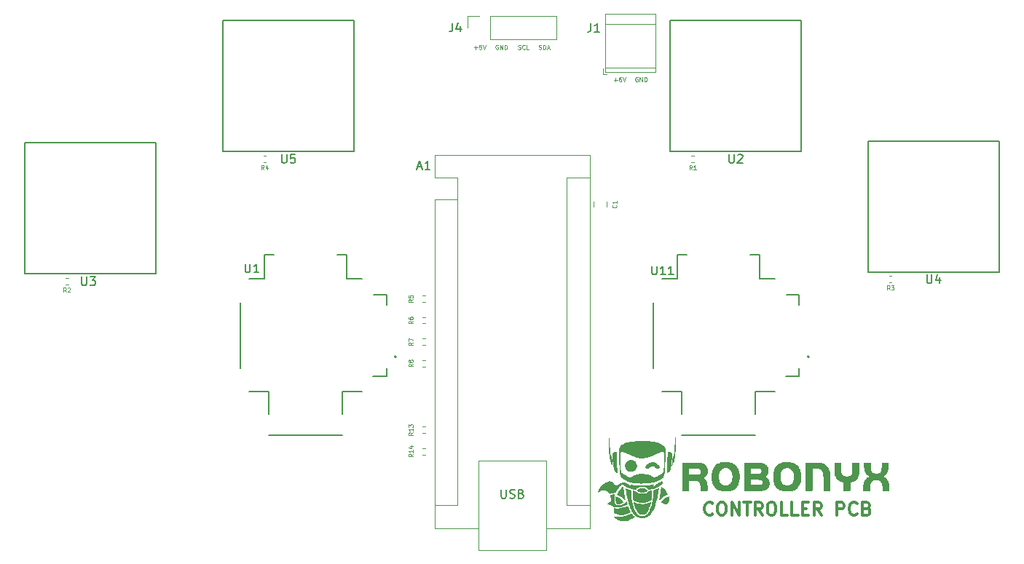
<source format=gto>
%TF.GenerationSoftware,KiCad,Pcbnew,(6.0.9)*%
%TF.CreationDate,2023-05-29T17:24:41+10:00*%
%TF.ProjectId,Joysticks,4a6f7973-7469-4636-9b73-2e6b69636164,rev?*%
%TF.SameCoordinates,PX3d09000PY568bc30*%
%TF.FileFunction,Legend,Top*%
%TF.FilePolarity,Positive*%
%FSLAX46Y46*%
G04 Gerber Fmt 4.6, Leading zero omitted, Abs format (unit mm)*
G04 Created by KiCad (PCBNEW (6.0.9)) date 2023-05-29 17:24:41*
%MOMM*%
%LPD*%
G01*
G04 APERTURE LIST*
%ADD10C,0.100000*%
%ADD11C,0.300000*%
%ADD12C,0.150000*%
%ADD13C,0.127000*%
%ADD14C,0.200000*%
%ADD15C,0.120000*%
G04 APERTURE END LIST*
D10*
X34369047Y13750000D02*
X34321428Y13773810D01*
X34250000Y13773810D01*
X34178571Y13750000D01*
X34130952Y13702381D01*
X34107142Y13654762D01*
X34083333Y13559524D01*
X34083333Y13488096D01*
X34107142Y13392858D01*
X34130952Y13345239D01*
X34178571Y13297620D01*
X34250000Y13273810D01*
X34297619Y13273810D01*
X34369047Y13297620D01*
X34392857Y13321429D01*
X34392857Y13488096D01*
X34297619Y13488096D01*
X34607142Y13273810D02*
X34607142Y13773810D01*
X34892857Y13273810D01*
X34892857Y13773810D01*
X35130952Y13273810D02*
X35130952Y13773810D01*
X35250000Y13773810D01*
X35321428Y13750000D01*
X35369047Y13702381D01*
X35392857Y13654762D01*
X35416666Y13559524D01*
X35416666Y13488096D01*
X35392857Y13392858D01*
X35369047Y13345239D01*
X35321428Y13297620D01*
X35250000Y13273810D01*
X35130952Y13273810D01*
X36714761Y13297620D02*
X36786190Y13273810D01*
X36905238Y13273810D01*
X36952857Y13297620D01*
X36976666Y13321429D01*
X37000476Y13369048D01*
X37000476Y13416667D01*
X36976666Y13464286D01*
X36952857Y13488096D01*
X36905238Y13511905D01*
X36810000Y13535715D01*
X36762380Y13559524D01*
X36738571Y13583334D01*
X36714761Y13630953D01*
X36714761Y13678572D01*
X36738571Y13726191D01*
X36762380Y13750000D01*
X36810000Y13773810D01*
X36929047Y13773810D01*
X37000476Y13750000D01*
X37500476Y13321429D02*
X37476666Y13297620D01*
X37405238Y13273810D01*
X37357619Y13273810D01*
X37286190Y13297620D01*
X37238571Y13345239D01*
X37214761Y13392858D01*
X37190952Y13488096D01*
X37190952Y13559524D01*
X37214761Y13654762D01*
X37238571Y13702381D01*
X37286190Y13750000D01*
X37357619Y13773810D01*
X37405238Y13773810D01*
X37476666Y13750000D01*
X37500476Y13726191D01*
X37952857Y13273810D02*
X37714761Y13273810D01*
X37714761Y13773810D01*
X47857142Y9714286D02*
X48238095Y9714286D01*
X48047619Y9523810D02*
X48047619Y9904762D01*
X48690476Y10023810D02*
X48595238Y10023810D01*
X48547619Y10000000D01*
X48523809Y9976191D01*
X48476190Y9904762D01*
X48452380Y9809524D01*
X48452380Y9619048D01*
X48476190Y9571429D01*
X48500000Y9547620D01*
X48547619Y9523810D01*
X48642857Y9523810D01*
X48690476Y9547620D01*
X48714285Y9571429D01*
X48738095Y9619048D01*
X48738095Y9738096D01*
X48714285Y9785715D01*
X48690476Y9809524D01*
X48642857Y9833334D01*
X48547619Y9833334D01*
X48500000Y9809524D01*
X48476190Y9785715D01*
X48452380Y9738096D01*
X48880952Y10023810D02*
X49047619Y9523810D01*
X49214285Y10023810D01*
X31607142Y13464286D02*
X31988095Y13464286D01*
X31797619Y13273810D02*
X31797619Y13654762D01*
X32464285Y13773810D02*
X32226190Y13773810D01*
X32202380Y13535715D01*
X32226190Y13559524D01*
X32273809Y13583334D01*
X32392857Y13583334D01*
X32440476Y13559524D01*
X32464285Y13535715D01*
X32488095Y13488096D01*
X32488095Y13369048D01*
X32464285Y13321429D01*
X32440476Y13297620D01*
X32392857Y13273810D01*
X32273809Y13273810D01*
X32226190Y13297620D01*
X32202380Y13321429D01*
X32630952Y13773810D02*
X32797619Y13273810D01*
X32964285Y13773810D01*
D11*
X59321428Y-40785714D02*
X59250000Y-40857142D01*
X59035714Y-40928571D01*
X58892857Y-40928571D01*
X58678571Y-40857142D01*
X58535714Y-40714285D01*
X58464285Y-40571428D01*
X58392857Y-40285714D01*
X58392857Y-40071428D01*
X58464285Y-39785714D01*
X58535714Y-39642857D01*
X58678571Y-39500000D01*
X58892857Y-39428571D01*
X59035714Y-39428571D01*
X59250000Y-39500000D01*
X59321428Y-39571428D01*
X60250000Y-39428571D02*
X60535714Y-39428571D01*
X60678571Y-39500000D01*
X60821428Y-39642857D01*
X60892857Y-39928571D01*
X60892857Y-40428571D01*
X60821428Y-40714285D01*
X60678571Y-40857142D01*
X60535714Y-40928571D01*
X60250000Y-40928571D01*
X60107142Y-40857142D01*
X59964285Y-40714285D01*
X59892857Y-40428571D01*
X59892857Y-39928571D01*
X59964285Y-39642857D01*
X60107142Y-39500000D01*
X60250000Y-39428571D01*
X61535714Y-40928571D02*
X61535714Y-39428571D01*
X62392857Y-40928571D01*
X62392857Y-39428571D01*
X62892857Y-39428571D02*
X63750000Y-39428571D01*
X63321428Y-40928571D02*
X63321428Y-39428571D01*
X65107142Y-40928571D02*
X64607142Y-40214285D01*
X64250000Y-40928571D02*
X64250000Y-39428571D01*
X64821428Y-39428571D01*
X64964285Y-39500000D01*
X65035714Y-39571428D01*
X65107142Y-39714285D01*
X65107142Y-39928571D01*
X65035714Y-40071428D01*
X64964285Y-40142857D01*
X64821428Y-40214285D01*
X64250000Y-40214285D01*
X66035714Y-39428571D02*
X66321428Y-39428571D01*
X66464285Y-39500000D01*
X66607142Y-39642857D01*
X66678571Y-39928571D01*
X66678571Y-40428571D01*
X66607142Y-40714285D01*
X66464285Y-40857142D01*
X66321428Y-40928571D01*
X66035714Y-40928571D01*
X65892857Y-40857142D01*
X65750000Y-40714285D01*
X65678571Y-40428571D01*
X65678571Y-39928571D01*
X65750000Y-39642857D01*
X65892857Y-39500000D01*
X66035714Y-39428571D01*
X68035714Y-40928571D02*
X67321428Y-40928571D01*
X67321428Y-39428571D01*
X69250000Y-40928571D02*
X68535714Y-40928571D01*
X68535714Y-39428571D01*
X69750000Y-40142857D02*
X70250000Y-40142857D01*
X70464285Y-40928571D02*
X69750000Y-40928571D01*
X69750000Y-39428571D01*
X70464285Y-39428571D01*
X71964285Y-40928571D02*
X71464285Y-40214285D01*
X71107142Y-40928571D02*
X71107142Y-39428571D01*
X71678571Y-39428571D01*
X71821428Y-39500000D01*
X71892857Y-39571428D01*
X71964285Y-39714285D01*
X71964285Y-39928571D01*
X71892857Y-40071428D01*
X71821428Y-40142857D01*
X71678571Y-40214285D01*
X71107142Y-40214285D01*
X73750000Y-40928571D02*
X73750000Y-39428571D01*
X74321428Y-39428571D01*
X74464285Y-39500000D01*
X74535714Y-39571428D01*
X74607142Y-39714285D01*
X74607142Y-39928571D01*
X74535714Y-40071428D01*
X74464285Y-40142857D01*
X74321428Y-40214285D01*
X73750000Y-40214285D01*
X76107142Y-40785714D02*
X76035714Y-40857142D01*
X75821428Y-40928571D01*
X75678571Y-40928571D01*
X75464285Y-40857142D01*
X75321428Y-40714285D01*
X75250000Y-40571428D01*
X75178571Y-40285714D01*
X75178571Y-40071428D01*
X75250000Y-39785714D01*
X75321428Y-39642857D01*
X75464285Y-39500000D01*
X75678571Y-39428571D01*
X75821428Y-39428571D01*
X76035714Y-39500000D01*
X76107142Y-39571428D01*
X77250000Y-40142857D02*
X77464285Y-40214285D01*
X77535714Y-40285714D01*
X77607142Y-40428571D01*
X77607142Y-40642857D01*
X77535714Y-40785714D01*
X77464285Y-40857142D01*
X77321428Y-40928571D01*
X76750000Y-40928571D01*
X76750000Y-39428571D01*
X77250000Y-39428571D01*
X77392857Y-39500000D01*
X77464285Y-39571428D01*
X77535714Y-39714285D01*
X77535714Y-39857142D01*
X77464285Y-40000000D01*
X77392857Y-40071428D01*
X77250000Y-40142857D01*
X76750000Y-40142857D01*
D10*
X50619047Y10000000D02*
X50571428Y10023810D01*
X50500000Y10023810D01*
X50428571Y10000000D01*
X50380952Y9952381D01*
X50357142Y9904762D01*
X50333333Y9809524D01*
X50333333Y9738096D01*
X50357142Y9642858D01*
X50380952Y9595239D01*
X50428571Y9547620D01*
X50500000Y9523810D01*
X50547619Y9523810D01*
X50619047Y9547620D01*
X50642857Y9571429D01*
X50642857Y9738096D01*
X50547619Y9738096D01*
X50857142Y9523810D02*
X50857142Y10023810D01*
X51142857Y9523810D01*
X51142857Y10023810D01*
X51380952Y9523810D02*
X51380952Y10023810D01*
X51500000Y10023810D01*
X51571428Y10000000D01*
X51619047Y9952381D01*
X51642857Y9904762D01*
X51666666Y9809524D01*
X51666666Y9738096D01*
X51642857Y9642858D01*
X51619047Y9595239D01*
X51571428Y9547620D01*
X51500000Y9523810D01*
X51380952Y9523810D01*
X39142857Y13297620D02*
X39214285Y13273810D01*
X39333333Y13273810D01*
X39380952Y13297620D01*
X39404761Y13321429D01*
X39428571Y13369048D01*
X39428571Y13416667D01*
X39404761Y13464286D01*
X39380952Y13488096D01*
X39333333Y13511905D01*
X39238095Y13535715D01*
X39190476Y13559524D01*
X39166666Y13583334D01*
X39142857Y13630953D01*
X39142857Y13678572D01*
X39166666Y13726191D01*
X39190476Y13750000D01*
X39238095Y13773810D01*
X39357142Y13773810D01*
X39428571Y13750000D01*
X39642857Y13273810D02*
X39642857Y13773810D01*
X39761904Y13773810D01*
X39833333Y13750000D01*
X39880952Y13702381D01*
X39904761Y13654762D01*
X39928571Y13559524D01*
X39928571Y13488096D01*
X39904761Y13392858D01*
X39880952Y13345239D01*
X39833333Y13297620D01*
X39761904Y13273810D01*
X39642857Y13273810D01*
X40119047Y13416667D02*
X40357142Y13416667D01*
X40071428Y13273810D02*
X40238095Y13773810D01*
X40404761Y13273810D01*
D12*
%TO.C,U1*%
X4988095Y-11702380D02*
X4988095Y-12511904D01*
X5035714Y-12607142D01*
X5083333Y-12654761D01*
X5178571Y-12702380D01*
X5369047Y-12702380D01*
X5464285Y-12654761D01*
X5511904Y-12607142D01*
X5559523Y-12511904D01*
X5559523Y-11702380D01*
X6559523Y-12702380D02*
X5988095Y-12702380D01*
X6273809Y-12702380D02*
X6273809Y-11702380D01*
X6178571Y-11845238D01*
X6083333Y-11940476D01*
X5988095Y-11988095D01*
D10*
%TO.C,R2*%
X-15833334Y-14976190D02*
X-16000000Y-14738095D01*
X-16119048Y-14976190D02*
X-16119048Y-14476190D01*
X-15928572Y-14476190D01*
X-15880953Y-14500000D01*
X-15857143Y-14523809D01*
X-15833334Y-14571428D01*
X-15833334Y-14642857D01*
X-15857143Y-14690476D01*
X-15880953Y-14714285D01*
X-15928572Y-14738095D01*
X-16119048Y-14738095D01*
X-15642858Y-14523809D02*
X-15619048Y-14500000D01*
X-15571429Y-14476190D01*
X-15452381Y-14476190D01*
X-15404762Y-14500000D01*
X-15380953Y-14523809D01*
X-15357143Y-14571428D01*
X-15357143Y-14619047D01*
X-15380953Y-14690476D01*
X-15666667Y-14976190D01*
X-15357143Y-14976190D01*
D12*
%TO.C,U11*%
X52261904Y-11952380D02*
X52261904Y-12761904D01*
X52309523Y-12857142D01*
X52357142Y-12904761D01*
X52452380Y-12952380D01*
X52642857Y-12952380D01*
X52738095Y-12904761D01*
X52785714Y-12857142D01*
X52833333Y-12761904D01*
X52833333Y-11952380D01*
X53833333Y-12952380D02*
X53261904Y-12952380D01*
X53547619Y-12952380D02*
X53547619Y-11952380D01*
X53452380Y-12095238D01*
X53357142Y-12190476D01*
X53261904Y-12238095D01*
X54785714Y-12952380D02*
X54214285Y-12952380D01*
X54500000Y-12952380D02*
X54500000Y-11952380D01*
X54404761Y-12095238D01*
X54309523Y-12190476D01*
X54214285Y-12238095D01*
D10*
%TO.C,R8*%
X24476190Y-23333333D02*
X24238095Y-23500000D01*
X24476190Y-23619047D02*
X23976190Y-23619047D01*
X23976190Y-23428571D01*
X24000000Y-23380952D01*
X24023809Y-23357142D01*
X24071428Y-23333333D01*
X24142857Y-23333333D01*
X24190476Y-23357142D01*
X24214285Y-23380952D01*
X24238095Y-23428571D01*
X24238095Y-23619047D01*
X24190476Y-23047619D02*
X24166666Y-23095238D01*
X24142857Y-23119047D01*
X24095238Y-23142857D01*
X24071428Y-23142857D01*
X24023809Y-23119047D01*
X24000000Y-23095238D01*
X23976190Y-23047619D01*
X23976190Y-22952380D01*
X24000000Y-22904761D01*
X24023809Y-22880952D01*
X24071428Y-22857142D01*
X24095238Y-22857142D01*
X24142857Y-22880952D01*
X24166666Y-22904761D01*
X24190476Y-22952380D01*
X24190476Y-23047619D01*
X24214285Y-23095238D01*
X24238095Y-23119047D01*
X24285714Y-23142857D01*
X24380952Y-23142857D01*
X24428571Y-23119047D01*
X24452380Y-23095238D01*
X24476190Y-23047619D01*
X24476190Y-22952380D01*
X24452380Y-22904761D01*
X24428571Y-22880952D01*
X24380952Y-22857142D01*
X24285714Y-22857142D01*
X24238095Y-22880952D01*
X24214285Y-22904761D01*
X24190476Y-22952380D01*
D12*
%TO.C,U2*%
X61238095Y1047620D02*
X61238095Y238096D01*
X61285714Y142858D01*
X61333333Y95239D01*
X61428571Y47620D01*
X61619047Y47620D01*
X61714285Y95239D01*
X61761904Y142858D01*
X61809523Y238096D01*
X61809523Y1047620D01*
X62238095Y952381D02*
X62285714Y1000000D01*
X62380952Y1047620D01*
X62619047Y1047620D01*
X62714285Y1000000D01*
X62761904Y952381D01*
X62809523Y857143D01*
X62809523Y761905D01*
X62761904Y619048D01*
X62190476Y47620D01*
X62809523Y47620D01*
%TO.C,U3*%
X-14011905Y-13202380D02*
X-14011905Y-14011904D01*
X-13964286Y-14107142D01*
X-13916667Y-14154761D01*
X-13821429Y-14202380D01*
X-13630953Y-14202380D01*
X-13535715Y-14154761D01*
X-13488096Y-14107142D01*
X-13440477Y-14011904D01*
X-13440477Y-13202380D01*
X-13059524Y-13202380D02*
X-12440477Y-13202380D01*
X-12773810Y-13583333D01*
X-12630953Y-13583333D01*
X-12535715Y-13630952D01*
X-12488096Y-13678571D01*
X-12440477Y-13773809D01*
X-12440477Y-14011904D01*
X-12488096Y-14107142D01*
X-12535715Y-14154761D01*
X-12630953Y-14202380D01*
X-12916667Y-14202380D01*
X-13011905Y-14154761D01*
X-13059524Y-14107142D01*
D10*
%TO.C,R14*%
X24476190Y-33821428D02*
X24238095Y-33988095D01*
X24476190Y-34107142D02*
X23976190Y-34107142D01*
X23976190Y-33916666D01*
X24000000Y-33869047D01*
X24023809Y-33845238D01*
X24071428Y-33821428D01*
X24142857Y-33821428D01*
X24190476Y-33845238D01*
X24214285Y-33869047D01*
X24238095Y-33916666D01*
X24238095Y-34107142D01*
X24476190Y-33345238D02*
X24476190Y-33630952D01*
X24476190Y-33488095D02*
X23976190Y-33488095D01*
X24047619Y-33535714D01*
X24095238Y-33583333D01*
X24119047Y-33630952D01*
X24142857Y-32916666D02*
X24476190Y-32916666D01*
X23952380Y-33035714D02*
X24309523Y-33154761D01*
X24309523Y-32845238D01*
D12*
%TO.C,A1*%
X25035714Y-416666D02*
X25511904Y-416666D01*
X24940476Y-702380D02*
X25273809Y297620D01*
X25607142Y-702380D01*
X26464285Y-702380D02*
X25892857Y-702380D01*
X26178571Y-702380D02*
X26178571Y297620D01*
X26083333Y154762D01*
X25988095Y59524D01*
X25892857Y11905D01*
X34748095Y-37962380D02*
X34748095Y-38771904D01*
X34795714Y-38867142D01*
X34843333Y-38914761D01*
X34938571Y-38962380D01*
X35129047Y-38962380D01*
X35224285Y-38914761D01*
X35271904Y-38867142D01*
X35319523Y-38771904D01*
X35319523Y-37962380D01*
X35748095Y-38914761D02*
X35890952Y-38962380D01*
X36129047Y-38962380D01*
X36224285Y-38914761D01*
X36271904Y-38867142D01*
X36319523Y-38771904D01*
X36319523Y-38676666D01*
X36271904Y-38581428D01*
X36224285Y-38533809D01*
X36129047Y-38486190D01*
X35938571Y-38438571D01*
X35843333Y-38390952D01*
X35795714Y-38343333D01*
X35748095Y-38248095D01*
X35748095Y-38152857D01*
X35795714Y-38057619D01*
X35843333Y-38010000D01*
X35938571Y-37962380D01*
X36176666Y-37962380D01*
X36319523Y-38010000D01*
X37081428Y-38438571D02*
X37224285Y-38486190D01*
X37271904Y-38533809D01*
X37319523Y-38629047D01*
X37319523Y-38771904D01*
X37271904Y-38867142D01*
X37224285Y-38914761D01*
X37129047Y-38962380D01*
X36748095Y-38962380D01*
X36748095Y-37962380D01*
X37081428Y-37962380D01*
X37176666Y-38010000D01*
X37224285Y-38057619D01*
X37271904Y-38152857D01*
X37271904Y-38248095D01*
X37224285Y-38343333D01*
X37176666Y-38390952D01*
X37081428Y-38438571D01*
X36748095Y-38438571D01*
%TO.C,J1*%
X45166666Y16297620D02*
X45166666Y15583334D01*
X45119047Y15440477D01*
X45023809Y15345239D01*
X44880952Y15297620D01*
X44785714Y15297620D01*
X46166666Y15297620D02*
X45595238Y15297620D01*
X45880952Y15297620D02*
X45880952Y16297620D01*
X45785714Y16154762D01*
X45690476Y16059524D01*
X45595238Y16011905D01*
D10*
%TO.C,C1*%
X48108571Y-4833333D02*
X48132380Y-4857142D01*
X48156190Y-4928571D01*
X48156190Y-4976190D01*
X48132380Y-5047619D01*
X48084761Y-5095238D01*
X48037142Y-5119047D01*
X47941904Y-5142857D01*
X47870476Y-5142857D01*
X47775238Y-5119047D01*
X47727619Y-5095238D01*
X47680000Y-5047619D01*
X47656190Y-4976190D01*
X47656190Y-4928571D01*
X47680000Y-4857142D01*
X47703809Y-4833333D01*
X48156190Y-4357142D02*
X48156190Y-4642857D01*
X48156190Y-4500000D02*
X47656190Y-4500000D01*
X47727619Y-4547619D01*
X47775238Y-4595238D01*
X47799047Y-4642857D01*
%TO.C,R13*%
X24486190Y-31321428D02*
X24248095Y-31488095D01*
X24486190Y-31607142D02*
X23986190Y-31607142D01*
X23986190Y-31416666D01*
X24010000Y-31369047D01*
X24033809Y-31345238D01*
X24081428Y-31321428D01*
X24152857Y-31321428D01*
X24200476Y-31345238D01*
X24224285Y-31369047D01*
X24248095Y-31416666D01*
X24248095Y-31607142D01*
X24486190Y-30845238D02*
X24486190Y-31130952D01*
X24486190Y-30988095D02*
X23986190Y-30988095D01*
X24057619Y-31035714D01*
X24105238Y-31083333D01*
X24129047Y-31130952D01*
X23986190Y-30678571D02*
X23986190Y-30369047D01*
X24176666Y-30535714D01*
X24176666Y-30464285D01*
X24200476Y-30416666D01*
X24224285Y-30392857D01*
X24271904Y-30369047D01*
X24390952Y-30369047D01*
X24438571Y-30392857D01*
X24462380Y-30416666D01*
X24486190Y-30464285D01*
X24486190Y-30607142D01*
X24462380Y-30654761D01*
X24438571Y-30678571D01*
%TO.C,R4*%
X7166666Y-726190D02*
X7000000Y-488095D01*
X6880952Y-726190D02*
X6880952Y-226190D01*
X7071428Y-226190D01*
X7119047Y-250000D01*
X7142857Y-273809D01*
X7166666Y-321428D01*
X7166666Y-392857D01*
X7142857Y-440476D01*
X7119047Y-464285D01*
X7071428Y-488095D01*
X6880952Y-488095D01*
X7595238Y-392857D02*
X7595238Y-726190D01*
X7476190Y-202380D02*
X7357142Y-559523D01*
X7666666Y-559523D01*
D12*
%TO.C,U4*%
X84238095Y-12952380D02*
X84238095Y-13761904D01*
X84285714Y-13857142D01*
X84333333Y-13904761D01*
X84428571Y-13952380D01*
X84619047Y-13952380D01*
X84714285Y-13904761D01*
X84761904Y-13857142D01*
X84809523Y-13761904D01*
X84809523Y-12952380D01*
X85714285Y-13285714D02*
X85714285Y-13952380D01*
X85476190Y-12904761D02*
X85238095Y-13619047D01*
X85857142Y-13619047D01*
%TO.C,U5*%
X9238095Y1047620D02*
X9238095Y238096D01*
X9285714Y142858D01*
X9333333Y95239D01*
X9428571Y47620D01*
X9619047Y47620D01*
X9714285Y95239D01*
X9761904Y142858D01*
X9809523Y238096D01*
X9809523Y1047620D01*
X10761904Y1047620D02*
X10285714Y1047620D01*
X10238095Y571429D01*
X10285714Y619048D01*
X10380952Y666667D01*
X10619047Y666667D01*
X10714285Y619048D01*
X10761904Y571429D01*
X10809523Y476191D01*
X10809523Y238096D01*
X10761904Y142858D01*
X10714285Y95239D01*
X10619047Y47620D01*
X10380952Y47620D01*
X10285714Y95239D01*
X10238095Y142858D01*
D10*
%TO.C,R5*%
X24476190Y-15833333D02*
X24238095Y-16000000D01*
X24476190Y-16119047D02*
X23976190Y-16119047D01*
X23976190Y-15928571D01*
X24000000Y-15880952D01*
X24023809Y-15857142D01*
X24071428Y-15833333D01*
X24142857Y-15833333D01*
X24190476Y-15857142D01*
X24214285Y-15880952D01*
X24238095Y-15928571D01*
X24238095Y-16119047D01*
X23976190Y-15380952D02*
X23976190Y-15619047D01*
X24214285Y-15642857D01*
X24190476Y-15619047D01*
X24166666Y-15571428D01*
X24166666Y-15452380D01*
X24190476Y-15404761D01*
X24214285Y-15380952D01*
X24261904Y-15357142D01*
X24380952Y-15357142D01*
X24428571Y-15380952D01*
X24452380Y-15404761D01*
X24476190Y-15452380D01*
X24476190Y-15571428D01*
X24452380Y-15619047D01*
X24428571Y-15642857D01*
%TO.C,R6*%
X24476190Y-18333333D02*
X24238095Y-18500000D01*
X24476190Y-18619047D02*
X23976190Y-18619047D01*
X23976190Y-18428571D01*
X24000000Y-18380952D01*
X24023809Y-18357142D01*
X24071428Y-18333333D01*
X24142857Y-18333333D01*
X24190476Y-18357142D01*
X24214285Y-18380952D01*
X24238095Y-18428571D01*
X24238095Y-18619047D01*
X23976190Y-17904761D02*
X23976190Y-18000000D01*
X24000000Y-18047619D01*
X24023809Y-18071428D01*
X24095238Y-18119047D01*
X24190476Y-18142857D01*
X24380952Y-18142857D01*
X24428571Y-18119047D01*
X24452380Y-18095238D01*
X24476190Y-18047619D01*
X24476190Y-17952380D01*
X24452380Y-17904761D01*
X24428571Y-17880952D01*
X24380952Y-17857142D01*
X24261904Y-17857142D01*
X24214285Y-17880952D01*
X24190476Y-17904761D01*
X24166666Y-17952380D01*
X24166666Y-18047619D01*
X24190476Y-18095238D01*
X24214285Y-18119047D01*
X24261904Y-18142857D01*
%TO.C,R3*%
X79916666Y-14726190D02*
X79750000Y-14488095D01*
X79630952Y-14726190D02*
X79630952Y-14226190D01*
X79821428Y-14226190D01*
X79869047Y-14250000D01*
X79892857Y-14273809D01*
X79916666Y-14321428D01*
X79916666Y-14392857D01*
X79892857Y-14440476D01*
X79869047Y-14464285D01*
X79821428Y-14488095D01*
X79630952Y-14488095D01*
X80083333Y-14226190D02*
X80392857Y-14226190D01*
X80226190Y-14416666D01*
X80297619Y-14416666D01*
X80345238Y-14440476D01*
X80369047Y-14464285D01*
X80392857Y-14511904D01*
X80392857Y-14630952D01*
X80369047Y-14678571D01*
X80345238Y-14702380D01*
X80297619Y-14726190D01*
X80154761Y-14726190D01*
X80107142Y-14702380D01*
X80083333Y-14678571D01*
%TO.C,R1*%
X56916666Y-726190D02*
X56750000Y-488095D01*
X56630952Y-726190D02*
X56630952Y-226190D01*
X56821428Y-226190D01*
X56869047Y-250000D01*
X56892857Y-273809D01*
X56916666Y-321428D01*
X56916666Y-392857D01*
X56892857Y-440476D01*
X56869047Y-464285D01*
X56821428Y-488095D01*
X56630952Y-488095D01*
X57392857Y-726190D02*
X57107142Y-726190D01*
X57250000Y-726190D02*
X57250000Y-226190D01*
X57202380Y-297619D01*
X57154761Y-345238D01*
X57107142Y-369047D01*
%TO.C,R7*%
X24476190Y-20833333D02*
X24238095Y-21000000D01*
X24476190Y-21119047D02*
X23976190Y-21119047D01*
X23976190Y-20928571D01*
X24000000Y-20880952D01*
X24023809Y-20857142D01*
X24071428Y-20833333D01*
X24142857Y-20833333D01*
X24190476Y-20857142D01*
X24214285Y-20880952D01*
X24238095Y-20928571D01*
X24238095Y-21119047D01*
X23976190Y-20666666D02*
X23976190Y-20333333D01*
X24476190Y-20547619D01*
D12*
%TO.C,J4*%
X29096666Y16322620D02*
X29096666Y15608334D01*
X29049047Y15465477D01*
X28953809Y15370239D01*
X28810952Y15322620D01*
X28715714Y15322620D01*
X30001428Y15989286D02*
X30001428Y15322620D01*
X29763333Y16370239D02*
X29525238Y15655953D01*
X30144285Y15655953D01*
D13*
%TO.C,U1*%
X16300000Y-29150000D02*
X16300000Y-26575000D01*
X16750000Y-10600000D02*
X16750000Y-13425000D01*
X16300000Y-26575000D02*
X18550000Y-26575000D01*
X19900000Y-15250000D02*
X21400000Y-15250000D01*
X16750000Y-13425000D02*
X18575000Y-13425000D01*
X8350000Y-10600000D02*
X7250000Y-10600000D01*
X7700000Y-31600000D02*
X16300000Y-31600000D01*
X21400000Y-24750000D02*
X19850000Y-24750000D01*
X15650000Y-10600000D02*
X16750000Y-10600000D01*
X7250000Y-13425000D02*
X5425000Y-13425000D01*
X7700000Y-26575000D02*
X7700000Y-29150000D01*
X21400000Y-23800000D02*
X21400000Y-24750000D01*
X7250000Y-10600000D02*
X7250000Y-13425000D01*
X5425000Y-26575000D02*
X7700000Y-26575000D01*
X21400000Y-15250000D02*
X21400000Y-16450000D01*
X4400000Y-16190000D02*
X4400000Y-23810000D01*
D14*
X22550000Y-22500000D02*
G75*
G03*
X22550000Y-22500000I-100000J0D01*
G01*
D15*
%TO.C,R2*%
X-15903641Y-13370000D02*
X-15596359Y-13370000D01*
X-15903641Y-14130000D02*
X-15596359Y-14130000D01*
D13*
%TO.C,U11*%
X69400000Y-15250000D02*
X69400000Y-16450000D01*
X55700000Y-26575000D02*
X55700000Y-29150000D01*
X56350000Y-10600000D02*
X55250000Y-10600000D01*
X52400000Y-16190000D02*
X52400000Y-23810000D01*
X63650000Y-10600000D02*
X64750000Y-10600000D01*
X55700000Y-31600000D02*
X64300000Y-31600000D01*
X69400000Y-23800000D02*
X69400000Y-24750000D01*
X67900000Y-15250000D02*
X69400000Y-15250000D01*
X64750000Y-13425000D02*
X66575000Y-13425000D01*
X55250000Y-10600000D02*
X55250000Y-13425000D01*
X64300000Y-26575000D02*
X66550000Y-26575000D01*
X64300000Y-29150000D02*
X64300000Y-26575000D01*
X64750000Y-10600000D02*
X64750000Y-13425000D01*
X55250000Y-13425000D02*
X53425000Y-13425000D01*
X69400000Y-24750000D02*
X67850000Y-24750000D01*
X53425000Y-26575000D02*
X55700000Y-26575000D01*
D14*
X70550000Y-22500000D02*
G75*
G03*
X70550000Y-22500000I-100000J0D01*
G01*
D15*
%TO.C,R8*%
X25596359Y-23630000D02*
X25903641Y-23630000D01*
X25596359Y-22870000D02*
X25903641Y-22870000D01*
D13*
%TO.C,U2*%
X54380000Y16620000D02*
X69620000Y16620000D01*
X54380000Y1380000D02*
X54380000Y16620000D01*
X69620000Y16620000D02*
X69620000Y1380000D01*
X69620000Y1380000D02*
X54380000Y1380000D01*
%TO.C,U3*%
X-20620000Y-12870000D02*
X-20620000Y2370000D01*
X-5380000Y-12870000D02*
X-20620000Y-12870000D01*
X-20620000Y2370000D02*
X-5380000Y2370000D01*
X-5380000Y2370000D02*
X-5380000Y-12870000D01*
D15*
%TO.C,R14*%
X25596359Y-33120000D02*
X25903641Y-33120000D01*
X25596359Y-33880000D02*
X25903641Y-33880000D01*
%TO.C,A1*%
X39950000Y-34570000D02*
X39950000Y-44990000D01*
X29660000Y-4220000D02*
X26990000Y-4220000D01*
X45030000Y-42450000D02*
X45030000Y990000D01*
X26990000Y-42450000D02*
X32070000Y-42450000D01*
X26990000Y990000D02*
X26990000Y-1680000D01*
X45030000Y990000D02*
X26990000Y990000D01*
X29660000Y-1680000D02*
X26990000Y-1680000D01*
X42360000Y-39780000D02*
X45030000Y-39780000D01*
X29660000Y-4220000D02*
X29660000Y-39780000D01*
X39950000Y-44990000D02*
X32070000Y-44990000D01*
X45030000Y-42450000D02*
X39950000Y-42450000D01*
X29660000Y-4220000D02*
X29660000Y-1680000D01*
X42360000Y-1680000D02*
X42360000Y-39780000D01*
X32070000Y-34570000D02*
X39950000Y-34570000D01*
X32070000Y-44990000D02*
X32070000Y-34570000D01*
X42360000Y-1680000D02*
X45030000Y-1680000D01*
X29660000Y-39780000D02*
X26990000Y-39780000D01*
X26990000Y-4220000D02*
X26990000Y-42450000D01*
%TO.C,J1*%
X46860000Y11150000D02*
X52640000Y11150000D01*
X46860000Y17370000D02*
X52640000Y17370000D01*
X46620000Y10390000D02*
X47020000Y10390000D01*
X46860000Y17370000D02*
X46860000Y10630000D01*
X46620000Y11030000D02*
X46620000Y10390000D01*
X52640000Y17370000D02*
X52640000Y10630000D01*
X46860000Y16250000D02*
X52640000Y16250000D01*
X46860000Y10630000D02*
X52640000Y10630000D01*
%TO.C,C1*%
X45515000Y-4488748D02*
X45515000Y-5011252D01*
X46985000Y-4488748D02*
X46985000Y-5011252D01*
%TO.C,R13*%
X25596359Y-31380000D02*
X25903641Y-31380000D01*
X25596359Y-30620000D02*
X25903641Y-30620000D01*
%TO.C,G\u002A\u002A\u002A*%
G36*
X52263473Y-38068362D02*
G01*
X52266736Y-38081888D01*
X52269564Y-38113417D01*
X52271925Y-38159788D01*
X52273788Y-38217841D01*
X52275122Y-38284417D01*
X52275897Y-38356354D01*
X52276081Y-38430493D01*
X52275644Y-38503674D01*
X52274555Y-38572736D01*
X52272782Y-38634519D01*
X52270296Y-38685863D01*
X52269607Y-38696042D01*
X52261463Y-38798346D01*
X52252565Y-38892124D01*
X52243203Y-38975193D01*
X52233667Y-39045368D01*
X52224249Y-39100466D01*
X52215237Y-39138303D01*
X52208685Y-39154415D01*
X52184610Y-39180350D01*
X52143609Y-39211369D01*
X52088817Y-39245806D01*
X52023371Y-39281995D01*
X51950403Y-39318269D01*
X51873051Y-39352960D01*
X51794449Y-39384403D01*
X51739333Y-39403930D01*
X51655690Y-39430522D01*
X51580915Y-39450994D01*
X51509767Y-39466164D01*
X51437006Y-39476848D01*
X51357392Y-39483864D01*
X51265683Y-39488028D01*
X51189000Y-39489723D01*
X51119724Y-39490557D01*
X51055904Y-39490880D01*
X51001188Y-39490709D01*
X50959227Y-39490060D01*
X50933670Y-39488951D01*
X50929708Y-39488525D01*
X50793927Y-39465311D01*
X50672594Y-39437502D01*
X50559153Y-39403103D01*
X50447046Y-39360118D01*
X50329715Y-39306552D01*
X50326458Y-39304962D01*
X50250397Y-39266966D01*
X50191600Y-39235434D01*
X50147778Y-39208729D01*
X50116644Y-39185212D01*
X50095906Y-39163244D01*
X50083277Y-39141185D01*
X50078738Y-39127597D01*
X50063381Y-39053474D01*
X50050953Y-38958411D01*
X50041457Y-38842432D01*
X50034893Y-38705560D01*
X50031264Y-38547818D01*
X50030475Y-38429705D01*
X50030604Y-38345512D01*
X50031134Y-38268129D01*
X50032014Y-38200086D01*
X50033196Y-38143911D01*
X50034629Y-38102135D01*
X50036265Y-38077286D01*
X50037460Y-38071356D01*
X50049805Y-38070570D01*
X50079497Y-38072945D01*
X50123020Y-38078075D01*
X50176858Y-38085553D01*
X50227675Y-38093381D01*
X50294732Y-38104392D01*
X50344064Y-38113279D01*
X50378901Y-38120920D01*
X50402471Y-38128193D01*
X50418001Y-38135974D01*
X50428721Y-38145142D01*
X50432006Y-38148929D01*
X50487704Y-38213456D01*
X50538185Y-38263089D01*
X50588457Y-38301466D01*
X50643531Y-38332226D01*
X50708416Y-38359006D01*
X50733282Y-38367742D01*
X50808191Y-38391421D01*
X50877010Y-38408666D01*
X50945597Y-38420323D01*
X51019807Y-38427240D01*
X51105497Y-38430262D01*
X51167833Y-38430547D01*
X51238347Y-38429980D01*
X51292717Y-38428540D01*
X51335962Y-38425728D01*
X51373103Y-38421046D01*
X51409159Y-38413994D01*
X51449149Y-38404073D01*
X51458119Y-38401685D01*
X51517738Y-38383293D01*
X51583732Y-38359198D01*
X51644336Y-38333785D01*
X51659799Y-38326516D01*
X51699228Y-38306773D01*
X51730285Y-38289010D01*
X51757118Y-38269759D01*
X51783874Y-38245550D01*
X51814699Y-38212915D01*
X51853742Y-38168384D01*
X51866333Y-38153751D01*
X51877125Y-38142397D01*
X51889639Y-38133401D01*
X51907212Y-38125794D01*
X51933179Y-38118610D01*
X51970875Y-38110880D01*
X52023637Y-38101638D01*
X52075538Y-38093060D01*
X52135127Y-38083642D01*
X52187182Y-38076040D01*
X52228238Y-38070707D01*
X52254832Y-38068099D01*
X52263473Y-38068362D01*
G37*
G36*
X53083417Y-37761946D02*
G01*
X53081730Y-37785813D01*
X53076926Y-37828053D01*
X53069390Y-37886162D01*
X53059508Y-37957639D01*
X53047666Y-38039981D01*
X53034248Y-38130685D01*
X53019639Y-38227250D01*
X53004226Y-38327171D01*
X52988394Y-38427948D01*
X52972527Y-38527076D01*
X52957012Y-38622055D01*
X52942234Y-38710381D01*
X52928577Y-38789553D01*
X52916428Y-38857066D01*
X52907856Y-38902001D01*
X52852382Y-39157478D01*
X52789151Y-39403891D01*
X52718737Y-39639821D01*
X52641713Y-39863854D01*
X52558654Y-40074571D01*
X52470132Y-40270557D01*
X52376722Y-40450393D01*
X52278997Y-40612664D01*
X52177531Y-40755953D01*
X52136352Y-40807244D01*
X52024135Y-40929959D01*
X51908494Y-41032606D01*
X51787929Y-41116193D01*
X51660943Y-41181733D01*
X51526037Y-41230234D01*
X51497175Y-41238188D01*
X51456969Y-41248055D01*
X51419471Y-41255365D01*
X51380003Y-41260587D01*
X51333887Y-41264192D01*
X51276446Y-41266648D01*
X51203002Y-41268426D01*
X51194292Y-41268590D01*
X51086731Y-41269237D01*
X50998594Y-41266860D01*
X50930519Y-41261483D01*
X50908542Y-41258415D01*
X50756948Y-41223409D01*
X50614814Y-41169637D01*
X50481936Y-41096970D01*
X50358109Y-41005279D01*
X50243131Y-40894433D01*
X50142100Y-40771525D01*
X50080192Y-40685591D01*
X50019672Y-40597640D01*
X49963069Y-40511581D01*
X49912910Y-40431326D01*
X49871725Y-40360786D01*
X49849014Y-40318144D01*
X49797336Y-40207990D01*
X49743688Y-40080018D01*
X49689077Y-39937370D01*
X49634512Y-39783182D01*
X49581000Y-39620596D01*
X49529551Y-39452750D01*
X49481171Y-39282783D01*
X49436870Y-39113834D01*
X49397655Y-38949043D01*
X49373998Y-38838960D01*
X49363310Y-38783502D01*
X49351266Y-38715524D01*
X49338199Y-38637383D01*
X49324440Y-38551436D01*
X49310322Y-38460042D01*
X49296175Y-38365556D01*
X49282331Y-38270336D01*
X49269123Y-38176740D01*
X49256881Y-38087125D01*
X49245938Y-38003848D01*
X49236626Y-37929266D01*
X49229276Y-37865736D01*
X49224220Y-37815616D01*
X49221790Y-37781264D01*
X49222317Y-37765035D01*
X49222745Y-37764227D01*
X49233669Y-37766873D01*
X49257707Y-37779042D01*
X49290438Y-37798406D01*
X49304433Y-37807293D01*
X49405878Y-37865717D01*
X49519869Y-37917395D01*
X49649267Y-37963489D01*
X49784350Y-38001953D01*
X49824258Y-38012649D01*
X49856407Y-38022076D01*
X49875094Y-38028539D01*
X49876954Y-38029469D01*
X49879991Y-38041790D01*
X49882568Y-38073664D01*
X49884633Y-38123483D01*
X49886135Y-38189636D01*
X49887020Y-38270516D01*
X49887250Y-38345879D01*
X49890732Y-38584423D01*
X49901534Y-38806722D01*
X49920191Y-39016583D01*
X49947239Y-39217810D01*
X49983213Y-39414209D01*
X50028647Y-39609585D01*
X50084078Y-39807744D01*
X50100199Y-39860208D01*
X50168815Y-40063119D01*
X50241465Y-40245566D01*
X50318383Y-40407908D01*
X50399804Y-40550505D01*
X50485963Y-40673717D01*
X50577096Y-40777903D01*
X50673437Y-40863421D01*
X50775222Y-40930632D01*
X50813292Y-40950439D01*
X50933309Y-40997611D01*
X51054924Y-41024107D01*
X51176731Y-41030205D01*
X51297327Y-41016181D01*
X51415307Y-40982312D01*
X51529268Y-40928876D01*
X51637805Y-40856150D01*
X51735617Y-40768418D01*
X51818113Y-40672521D01*
X51897784Y-40557184D01*
X51974060Y-40424015D01*
X52046369Y-40274619D01*
X52114141Y-40110603D01*
X52176803Y-39933575D01*
X52233786Y-39745141D01*
X52284517Y-39546907D01*
X52328427Y-39340481D01*
X52364944Y-39127469D01*
X52392206Y-38921009D01*
X52398007Y-38862587D01*
X52402583Y-38799465D01*
X52406042Y-38728574D01*
X52408494Y-38646844D01*
X52410046Y-38551205D01*
X52410809Y-38438589D01*
X52410911Y-38393082D01*
X52411375Y-38026623D01*
X52490750Y-38008196D01*
X52622120Y-37972444D01*
X52750273Y-37927537D01*
X52870096Y-37875581D01*
X52976473Y-37818680D01*
X53022562Y-37789345D01*
X53054722Y-37769307D01*
X53075967Y-37759812D01*
X53083417Y-37761946D01*
G37*
G36*
X51221505Y-37793251D02*
G01*
X51310900Y-37799250D01*
X51386808Y-37810798D01*
X51389553Y-37811396D01*
X51476745Y-37834921D01*
X51555183Y-37864417D01*
X51622896Y-37898501D01*
X51677913Y-37935791D01*
X51718262Y-37974904D01*
X51741974Y-38014457D01*
X51747076Y-38053069D01*
X51745555Y-38061103D01*
X51726337Y-38099735D01*
X51689655Y-38139580D01*
X51638920Y-38178329D01*
X51577540Y-38213675D01*
X51508923Y-38243308D01*
X51449092Y-38261867D01*
X51318996Y-38286318D01*
X51179783Y-38296805D01*
X51038576Y-38292941D01*
X50982625Y-38287228D01*
X50888239Y-38270298D01*
X50799161Y-38244524D01*
X50718775Y-38211455D01*
X50650465Y-38172643D01*
X50597615Y-38129637D01*
X50572590Y-38099326D01*
X50556101Y-38058146D01*
X50559363Y-38015882D01*
X50581086Y-37973771D01*
X50619983Y-37933050D01*
X50674764Y-37894955D01*
X50744141Y-37860721D01*
X50826825Y-37831586D01*
X50861578Y-37822081D01*
X50938658Y-37807218D01*
X51028757Y-37797370D01*
X51125248Y-37792669D01*
X51221505Y-37793251D01*
G37*
G36*
X54327270Y-33576848D02*
G01*
X54400156Y-33587496D01*
X54463781Y-33605975D01*
X54513229Y-33631489D01*
X54522510Y-33638630D01*
X54545888Y-33660298D01*
X54563999Y-33683170D01*
X54577735Y-33710465D01*
X54587988Y-33745402D01*
X54595650Y-33791198D01*
X54601616Y-33851074D01*
X54606776Y-33928246D01*
X54607798Y-33946196D01*
X54611098Y-34016601D01*
X54613267Y-34086860D01*
X54614213Y-34151432D01*
X54613844Y-34204776D01*
X54612575Y-34235167D01*
X54607987Y-34291424D01*
X54601168Y-34363004D01*
X54592427Y-34447409D01*
X54582074Y-34542144D01*
X54570420Y-34644712D01*
X54557775Y-34752615D01*
X54544447Y-34863358D01*
X54530749Y-34974444D01*
X54516988Y-35083377D01*
X54503475Y-35187660D01*
X54490521Y-35284796D01*
X54478435Y-35372289D01*
X54467527Y-35447642D01*
X54458107Y-35508359D01*
X54450485Y-35551943D01*
X54447084Y-35568081D01*
X54420986Y-35647953D01*
X54382341Y-35725769D01*
X54333683Y-35798905D01*
X54277548Y-35864738D01*
X54216471Y-35920645D01*
X54152987Y-35964003D01*
X54089632Y-35992187D01*
X54028940Y-36002574D01*
X54027184Y-36002583D01*
X54013484Y-36001659D01*
X54006187Y-35995768D01*
X54003980Y-35980238D01*
X54005551Y-35950392D01*
X54007133Y-35931146D01*
X54008468Y-35910962D01*
X54010764Y-35871120D01*
X54013945Y-35813102D01*
X54017933Y-35738392D01*
X54022653Y-35648471D01*
X54028027Y-35544824D01*
X54033980Y-35428933D01*
X54040435Y-35302281D01*
X54047315Y-35166351D01*
X54054544Y-35022625D01*
X54062044Y-34872586D01*
X54069384Y-34724916D01*
X54125629Y-33590123D01*
X54173377Y-33582220D01*
X54250038Y-33574825D01*
X54327270Y-33576848D01*
G37*
G36*
X47293217Y-31848142D02*
G01*
X47298825Y-31867889D01*
X47304460Y-31900314D01*
X47310280Y-31946738D01*
X47316443Y-32008483D01*
X47323104Y-32086870D01*
X47330422Y-32183222D01*
X47338553Y-32298860D01*
X47342104Y-32351333D01*
X47356502Y-32562818D01*
X47370506Y-32762088D01*
X47384021Y-32947907D01*
X47396951Y-33119042D01*
X47409199Y-33274257D01*
X47420672Y-33412319D01*
X47431272Y-33531992D01*
X47440904Y-33632043D01*
X47442952Y-33651957D01*
X47451493Y-33729840D01*
X47459512Y-33791857D01*
X47468007Y-33843251D01*
X47477974Y-33889269D01*
X47490411Y-33935156D01*
X47506315Y-33986157D01*
X47506712Y-33987380D01*
X47527267Y-34047571D01*
X47543854Y-34089081D01*
X47557343Y-34113835D01*
X47568469Y-34123714D01*
X47582630Y-34129031D01*
X47594276Y-34136558D01*
X47603918Y-34148507D01*
X47612072Y-34167091D01*
X47619250Y-34194519D01*
X47625966Y-34233005D01*
X47632733Y-34284758D01*
X47640065Y-34351992D01*
X47648476Y-34436917D01*
X47653588Y-34490294D01*
X47667332Y-34635958D01*
X47678882Y-34761408D01*
X47688302Y-34867476D01*
X47695661Y-34954994D01*
X47701022Y-35024792D01*
X47704453Y-35077704D01*
X47706019Y-35114560D01*
X47705787Y-35136193D01*
X47705222Y-35140689D01*
X47700615Y-35147902D01*
X47690597Y-35142490D01*
X47672981Y-35122592D01*
X47652756Y-35096088D01*
X47595410Y-35007707D01*
X47542891Y-34903515D01*
X47495095Y-34783005D01*
X47451920Y-34645668D01*
X47413264Y-34490998D01*
X47379025Y-34318485D01*
X47349100Y-34127622D01*
X47323386Y-33917901D01*
X47301782Y-33688815D01*
X47284185Y-33439855D01*
X47272139Y-33208583D01*
X47269729Y-33142313D01*
X47267765Y-33063686D01*
X47266232Y-32974820D01*
X47265116Y-32877832D01*
X47264402Y-32774839D01*
X47264076Y-32667958D01*
X47264123Y-32559306D01*
X47264530Y-32451001D01*
X47265281Y-32345159D01*
X47266363Y-32243898D01*
X47267760Y-32149336D01*
X47269459Y-32063588D01*
X47271445Y-31988773D01*
X47273703Y-31927007D01*
X47276219Y-31880408D01*
X47278979Y-31851093D01*
X47281455Y-31841395D01*
X47287479Y-31839751D01*
X47293217Y-31848142D01*
G37*
G36*
X49924292Y-40727162D02*
G01*
X49938641Y-40737647D01*
X49961349Y-40761986D01*
X49989109Y-40796375D01*
X50014250Y-40830724D01*
X50050597Y-40879231D01*
X50095972Y-40934832D01*
X50144077Y-40990019D01*
X50181026Y-41029578D01*
X50279011Y-41130208D01*
X50244526Y-41159184D01*
X50206561Y-41189121D01*
X50155427Y-41226700D01*
X50096034Y-41268553D01*
X50033290Y-41311312D01*
X49972104Y-41351608D01*
X49917386Y-41386074D01*
X49890471Y-41402109D01*
X49735083Y-41484775D01*
X49585053Y-41549362D01*
X49436736Y-41596945D01*
X49286488Y-41628603D01*
X49130663Y-41645411D01*
X49056458Y-41648445D01*
X48995651Y-41649419D01*
X48939570Y-41649697D01*
X48892864Y-41649301D01*
X48860184Y-41648254D01*
X48850083Y-41647435D01*
X48729998Y-41626212D01*
X48603231Y-41592973D01*
X48478382Y-41550350D01*
X48364050Y-41500973D01*
X48352483Y-41495241D01*
X48294776Y-41463938D01*
X48233147Y-41426534D01*
X48170013Y-41384919D01*
X48107793Y-41340984D01*
X48048908Y-41296618D01*
X47995777Y-41253711D01*
X47950818Y-41214155D01*
X47916452Y-41179838D01*
X47895097Y-41152652D01*
X47889172Y-41134486D01*
X47889440Y-41133470D01*
X47904206Y-41121568D01*
X47938552Y-41113118D01*
X47991169Y-41108143D01*
X48060752Y-41106666D01*
X48145992Y-41108710D01*
X48245582Y-41114298D01*
X48358215Y-41123454D01*
X48373833Y-41124916D01*
X48551129Y-41131486D01*
X48728521Y-41117381D01*
X48907240Y-41082479D01*
X48966500Y-41066440D01*
X49003723Y-41054757D01*
X49057729Y-41036512D01*
X49125557Y-41012768D01*
X49204245Y-40984587D01*
X49290829Y-40953033D01*
X49382350Y-40919169D01*
X49475843Y-40884057D01*
X49495667Y-40876543D01*
X49592521Y-40840087D01*
X49680402Y-40807643D01*
X49757553Y-40779826D01*
X49822214Y-40757247D01*
X49872627Y-40740519D01*
X49907034Y-40730256D01*
X49923677Y-40727069D01*
X49924292Y-40727162D01*
G37*
G36*
X76162731Y-34806956D02*
G01*
X76227653Y-34808001D01*
X76277633Y-34810253D01*
X76314746Y-34814168D01*
X76341067Y-34820202D01*
X76358670Y-34828809D01*
X76369631Y-34840446D01*
X76376023Y-34855568D01*
X76379922Y-34874631D01*
X76382963Y-34895188D01*
X76384842Y-34919706D01*
X76386196Y-34962837D01*
X76387057Y-35022038D01*
X76387458Y-35094761D01*
X76387433Y-35178461D01*
X76387015Y-35270594D01*
X76386238Y-35368613D01*
X76385133Y-35469974D01*
X76383736Y-35572130D01*
X76382078Y-35672536D01*
X76380194Y-35768647D01*
X76378115Y-35857917D01*
X76375877Y-35937802D01*
X76373511Y-36005754D01*
X76371052Y-36059230D01*
X76368531Y-36095683D01*
X76367130Y-36107561D01*
X76337893Y-36248310D01*
X76296679Y-36383845D01*
X76245122Y-36509892D01*
X76184852Y-36622182D01*
X76151009Y-36673163D01*
X76069332Y-36771790D01*
X75972009Y-36863615D01*
X75864447Y-36944033D01*
X75764679Y-37002182D01*
X75713225Y-37025064D01*
X75647936Y-37049536D01*
X75575790Y-37073349D01*
X75503769Y-37094255D01*
X75438850Y-37110002D01*
X75416896Y-37114272D01*
X75340167Y-37127806D01*
X75340167Y-37584907D01*
X75339898Y-37708484D01*
X75339105Y-37815640D01*
X75337807Y-37905536D01*
X75336022Y-37977335D01*
X75333770Y-38030199D01*
X75331070Y-38063290D01*
X75329056Y-38073878D01*
X75312868Y-38100595D01*
X75291517Y-38117791D01*
X75272986Y-38121679D01*
X75235833Y-38124789D01*
X75179524Y-38127141D01*
X75103528Y-38128750D01*
X75007311Y-38129635D01*
X74921146Y-38129833D01*
X74577204Y-38129833D01*
X74525250Y-38077879D01*
X74525250Y-37116538D01*
X74480271Y-37109611D01*
X74405478Y-37093433D01*
X74319680Y-37067256D01*
X74228986Y-37033536D01*
X74139503Y-36994729D01*
X74057340Y-36953293D01*
X73989219Y-36912102D01*
X73946113Y-36879130D01*
X73895041Y-36834414D01*
X73841040Y-36782912D01*
X73789146Y-36729582D01*
X73744397Y-36679382D01*
X73715738Y-36642875D01*
X73644922Y-36528102D01*
X73585882Y-36398493D01*
X73538003Y-36252581D01*
X73517264Y-36169559D01*
X73512515Y-36147563D01*
X73508470Y-36125630D01*
X73505057Y-36101863D01*
X73502205Y-36074365D01*
X73499844Y-36041241D01*
X73497901Y-36000594D01*
X73496306Y-35950528D01*
X73494988Y-35889146D01*
X73493876Y-35814553D01*
X73492898Y-35724852D01*
X73491983Y-35618146D01*
X73491062Y-35492540D01*
X73490875Y-35465695D01*
X73486689Y-34860016D01*
X73513363Y-34833341D01*
X73540038Y-34806667D01*
X74259130Y-34806667D01*
X74281065Y-34834552D01*
X74286079Y-34841435D01*
X74290264Y-34849450D01*
X74293697Y-34860449D01*
X74296451Y-34876280D01*
X74298603Y-34898793D01*
X74300226Y-34929838D01*
X74301396Y-34971264D01*
X74302189Y-35024922D01*
X74302679Y-35092659D01*
X74302941Y-35176327D01*
X74303051Y-35277775D01*
X74303080Y-35376948D01*
X74303322Y-35489038D01*
X74303985Y-35594352D01*
X74305030Y-35690746D01*
X74306417Y-35776074D01*
X74308107Y-35848191D01*
X74310059Y-35904950D01*
X74312234Y-35944208D01*
X74313887Y-35960250D01*
X74339348Y-36057247D01*
X74383400Y-36145795D01*
X74444687Y-36224523D01*
X74521852Y-36292057D01*
X74613537Y-36347026D01*
X74718386Y-36388059D01*
X74744320Y-36395407D01*
X74812274Y-36408459D01*
X74892724Y-36416235D01*
X74978291Y-36418635D01*
X75061594Y-36415559D01*
X75135255Y-36406908D01*
X75163570Y-36401101D01*
X75267214Y-36366604D01*
X75355876Y-36317192D01*
X75429436Y-36252981D01*
X75487773Y-36174089D01*
X75530766Y-36080634D01*
X75546219Y-36029464D01*
X75550006Y-36011689D01*
X75553176Y-35989150D01*
X75555781Y-35959989D01*
X75557873Y-35922351D01*
X75559501Y-35874379D01*
X75560717Y-35814219D01*
X75561571Y-35740013D01*
X75562115Y-35649906D01*
X75562400Y-35542043D01*
X75562476Y-35436797D01*
X75562588Y-35308511D01*
X75562971Y-35199720D01*
X75563738Y-35108751D01*
X75565002Y-35033935D01*
X75566877Y-34973599D01*
X75569476Y-34926072D01*
X75572912Y-34889682D01*
X75577299Y-34862758D01*
X75582751Y-34843629D01*
X75589381Y-34830623D01*
X75597301Y-34822068D01*
X75604517Y-34817374D01*
X75620931Y-34814332D01*
X75657042Y-34811737D01*
X75711385Y-34809632D01*
X75782495Y-34808058D01*
X75868905Y-34807056D01*
X75969151Y-34806670D01*
X75979762Y-34806667D01*
X76080792Y-34806663D01*
X76162731Y-34806956D01*
G37*
G36*
X47968748Y-38472637D02*
G01*
X47968122Y-38483893D01*
X47963623Y-38512148D01*
X47955915Y-38553726D01*
X47945663Y-38604951D01*
X47939573Y-38634061D01*
X47919222Y-38749180D01*
X47905491Y-38868710D01*
X47898630Y-38987204D01*
X47898886Y-39099218D01*
X47906507Y-39199304D01*
X47912094Y-39237228D01*
X47939996Y-39365891D01*
X47975965Y-39478836D01*
X48019492Y-39575177D01*
X48070070Y-39654026D01*
X48127189Y-39714496D01*
X48190340Y-39755701D01*
X48215422Y-39765987D01*
X48277700Y-39780109D01*
X48353939Y-39785276D01*
X48438984Y-39781629D01*
X48527683Y-39769305D01*
X48587836Y-39755942D01*
X48699124Y-39722901D01*
X48804066Y-39682376D01*
X48906608Y-39632289D01*
X49010698Y-39570566D01*
X49120284Y-39495130D01*
X49203612Y-39432090D01*
X49249487Y-39396701D01*
X49289302Y-39366782D01*
X49320211Y-39344409D01*
X49339366Y-39331655D01*
X49344256Y-39329562D01*
X49350143Y-39342448D01*
X49360212Y-39371480D01*
X49373209Y-39412346D01*
X49387878Y-39460737D01*
X49402965Y-39512341D01*
X49417214Y-39562847D01*
X49429370Y-39607945D01*
X49438179Y-39643324D01*
X49442384Y-39664673D01*
X49442569Y-39667218D01*
X49440480Y-39682786D01*
X49432320Y-39697128D01*
X49415554Y-39711937D01*
X49387650Y-39728906D01*
X49346075Y-39749728D01*
X49288296Y-39776097D01*
X49262833Y-39787365D01*
X49065801Y-39864262D01*
X48860761Y-39925615D01*
X48651541Y-39970690D01*
X48441970Y-39998751D01*
X48235875Y-40009065D01*
X48119833Y-40006645D01*
X48065168Y-40003154D01*
X48004193Y-39997903D01*
X47942281Y-39991500D01*
X47884805Y-39984551D01*
X47837140Y-39977660D01*
X47804658Y-39971435D01*
X47802333Y-39970841D01*
X47776003Y-39958671D01*
X47742164Y-39936094D01*
X47708012Y-39907928D01*
X47707083Y-39907071D01*
X47662246Y-39868978D01*
X47614092Y-39835747D01*
X47558904Y-39805494D01*
X47492967Y-39776338D01*
X47412564Y-39746396D01*
X47345553Y-39723918D01*
X47257318Y-39694454D01*
X47187019Y-39669220D01*
X47135398Y-39648505D01*
X47103193Y-39632595D01*
X47094876Y-39626773D01*
X47097523Y-39616195D01*
X47111351Y-39594227D01*
X47133157Y-39565010D01*
X47159740Y-39532681D01*
X47187897Y-39501381D01*
X47206091Y-39483005D01*
X47241317Y-39453377D01*
X47286433Y-39421077D01*
X47332262Y-39392628D01*
X47336667Y-39390171D01*
X47409228Y-39343616D01*
X47462488Y-39293869D01*
X47498277Y-39238963D01*
X47512519Y-39201386D01*
X47518627Y-39178257D01*
X47522563Y-39155813D01*
X47524018Y-39131296D01*
X47522682Y-39101948D01*
X47518245Y-39065011D01*
X47510398Y-39017727D01*
X47498831Y-38957337D01*
X47483235Y-38881085D01*
X47468877Y-38812630D01*
X47455412Y-38746860D01*
X47444166Y-38688177D01*
X47435672Y-38639691D01*
X47430464Y-38604513D01*
X47429075Y-38585755D01*
X47429628Y-38583606D01*
X47441677Y-38579592D01*
X47470886Y-38572319D01*
X47513895Y-38562478D01*
X47567345Y-38550760D01*
X47627877Y-38537856D01*
X47692130Y-38524459D01*
X47756746Y-38511259D01*
X47818365Y-38498948D01*
X47873627Y-38488218D01*
X47919174Y-38479760D01*
X47951645Y-38474266D01*
X47967681Y-38472427D01*
X47968748Y-38472637D01*
G37*
G36*
X53528975Y-37697316D02*
G01*
X53644111Y-37808973D01*
X53753087Y-37933643D01*
X53852859Y-38067063D01*
X53940383Y-38204966D01*
X54012612Y-38343087D01*
X54046683Y-38422598D01*
X54068329Y-38479679D01*
X54081767Y-38519908D01*
X54087533Y-38545712D01*
X54086161Y-38559516D01*
X54078184Y-38563745D01*
X54077788Y-38563750D01*
X54059118Y-38567847D01*
X54025312Y-38579037D01*
X53980506Y-38595669D01*
X53928839Y-38616092D01*
X53874451Y-38638654D01*
X53821478Y-38661705D01*
X53774061Y-38683593D01*
X53759006Y-38690940D01*
X53704517Y-38719554D01*
X53645852Y-38752785D01*
X53592641Y-38785098D01*
X53573798Y-38797358D01*
X53511950Y-38843653D01*
X53445120Y-38901873D01*
X53378485Y-38966850D01*
X53317224Y-39033412D01*
X53266513Y-39096391D01*
X53248623Y-39122021D01*
X53225156Y-39156531D01*
X53205656Y-39182993D01*
X53193194Y-39197326D01*
X53190848Y-39198750D01*
X53178978Y-39192566D01*
X53157336Y-39176900D01*
X53145309Y-39167279D01*
X53107129Y-39135807D01*
X53154027Y-38910633D01*
X53169048Y-38837692D01*
X53182361Y-38770844D01*
X53194423Y-38707198D01*
X53205691Y-38643864D01*
X53216622Y-38577951D01*
X53227672Y-38506568D01*
X53239300Y-38426826D01*
X53251960Y-38335834D01*
X53266111Y-38230701D01*
X53282210Y-38108537D01*
X53288866Y-38057556D01*
X53300328Y-37971794D01*
X53311481Y-37892417D01*
X53321929Y-37821944D01*
X53331277Y-37762894D01*
X53339128Y-37717787D01*
X53345086Y-37689141D01*
X53348235Y-37679759D01*
X53365031Y-37667354D01*
X53393292Y-37653047D01*
X53406540Y-37647602D01*
X53452830Y-37629924D01*
X53528975Y-37697316D01*
G37*
G36*
X62998526Y-34826897D02*
G01*
X63003499Y-34823348D01*
X63009984Y-34820240D01*
X63019333Y-34817544D01*
X63032899Y-34815231D01*
X63052034Y-34813271D01*
X63078090Y-34811636D01*
X63112420Y-34810297D01*
X63156376Y-34809224D01*
X63211310Y-34808388D01*
X63278575Y-34807761D01*
X63359522Y-34807312D01*
X63455505Y-34807014D01*
X63567875Y-34806836D01*
X63697986Y-34806750D01*
X63847188Y-34806726D01*
X63935151Y-34806729D01*
X64101337Y-34806793D01*
X64247761Y-34806976D01*
X64375827Y-34807301D01*
X64486939Y-34807788D01*
X64582502Y-34808461D01*
X64663919Y-34809340D01*
X64732596Y-34810449D01*
X64789936Y-34811808D01*
X64837343Y-34813441D01*
X64876222Y-34815368D01*
X64907978Y-34817612D01*
X64934014Y-34820196D01*
X64952625Y-34822664D01*
X65101924Y-34850771D01*
X65233858Y-34888136D01*
X65350539Y-34935725D01*
X65454075Y-34994506D01*
X65546578Y-35065443D01*
X65604084Y-35120938D01*
X65674645Y-35207536D01*
X65729958Y-35303491D01*
X65770731Y-35410710D01*
X65797673Y-35531103D01*
X65811491Y-35666580D01*
X65812228Y-35682192D01*
X65811107Y-35824874D01*
X65794752Y-35953478D01*
X65762715Y-36069071D01*
X65714551Y-36172718D01*
X65649814Y-36265486D01*
X65568058Y-36348439D01*
X65516096Y-36389957D01*
X65455150Y-36434921D01*
X65542496Y-36480690D01*
X65627431Y-36534155D01*
X65708238Y-36601821D01*
X65779995Y-36678768D01*
X65837779Y-36760079D01*
X65857007Y-36794962D01*
X65891569Y-36871014D01*
X65916744Y-36944498D01*
X65933943Y-37021488D01*
X65944576Y-37108061D01*
X65949487Y-37193208D01*
X65949524Y-37309669D01*
X65939861Y-37412105D01*
X65919534Y-37505770D01*
X65887578Y-37595920D01*
X65867492Y-37640178D01*
X65843142Y-37687028D01*
X65817971Y-37726386D01*
X65787249Y-37764605D01*
X65746249Y-37808037D01*
X65731754Y-37822520D01*
X65656786Y-37890162D01*
X65579320Y-37945568D01*
X65493790Y-37992056D01*
X65394627Y-38032944D01*
X65355927Y-38046459D01*
X65319146Y-38058843D01*
X65285876Y-38069824D01*
X65254670Y-38079492D01*
X65224084Y-38087933D01*
X65192673Y-38095234D01*
X65158994Y-38101484D01*
X65121600Y-38106770D01*
X65079047Y-38111180D01*
X65029891Y-38114800D01*
X64972687Y-38117719D01*
X64905990Y-38120023D01*
X64828354Y-38121802D01*
X64738337Y-38123141D01*
X64634492Y-38124129D01*
X64515375Y-38124853D01*
X64379542Y-38125401D01*
X64225547Y-38125860D01*
X64051946Y-38126318D01*
X64037167Y-38126357D01*
X63871268Y-38126693D01*
X63716911Y-38126795D01*
X63575105Y-38126670D01*
X63446857Y-38126325D01*
X63333175Y-38125767D01*
X63235065Y-38125003D01*
X63153537Y-38124041D01*
X63089597Y-38122887D01*
X63044253Y-38121549D01*
X63018513Y-38120033D01*
X63013075Y-38119126D01*
X62991251Y-38101974D01*
X62978578Y-38081538D01*
X62977010Y-38066658D01*
X62975603Y-38030840D01*
X62974357Y-37974311D01*
X62973274Y-37897300D01*
X62972356Y-37800033D01*
X62971602Y-37682739D01*
X62971014Y-37545645D01*
X62970651Y-37410167D01*
X63783167Y-37410167D01*
X64293812Y-37409957D01*
X64399303Y-37409695D01*
X64500386Y-37409029D01*
X64594638Y-37408001D01*
X64679637Y-37406658D01*
X64752957Y-37405043D01*
X64812177Y-37403201D01*
X64854871Y-37401177D01*
X64877399Y-37399204D01*
X64962841Y-37379567D01*
X65031017Y-37347733D01*
X65082103Y-37303495D01*
X65116277Y-37246644D01*
X65133715Y-37176975D01*
X65134864Y-37097681D01*
X65121865Y-37020151D01*
X65094790Y-36957368D01*
X65052080Y-36907011D01*
X64992177Y-36866760D01*
X64973792Y-36857755D01*
X64961959Y-36852435D01*
X64950253Y-36847941D01*
X64936849Y-36844194D01*
X64919926Y-36841111D01*
X64897662Y-36838612D01*
X64868235Y-36836618D01*
X64829822Y-36835046D01*
X64780602Y-36833816D01*
X64718752Y-36832848D01*
X64642449Y-36832060D01*
X64549873Y-36831373D01*
X64439201Y-36830705D01*
X64352021Y-36830217D01*
X63783167Y-36827060D01*
X63783167Y-37410167D01*
X62970651Y-37410167D01*
X62970594Y-37388979D01*
X62970341Y-37212968D01*
X62970258Y-37017841D01*
X62970336Y-36827060D01*
X62970346Y-36803825D01*
X62970605Y-36571148D01*
X62970795Y-36450485D01*
X62971381Y-36108417D01*
X63783167Y-36108417D01*
X64225021Y-36108090D01*
X64323117Y-36107776D01*
X64417453Y-36107018D01*
X64505292Y-36105871D01*
X64583896Y-36104389D01*
X64650528Y-36102628D01*
X64702452Y-36100642D01*
X64736931Y-36098486D01*
X64744536Y-36097680D01*
X64827622Y-36079069D01*
X64895412Y-36047142D01*
X64947184Y-36002507D01*
X64982218Y-35945772D01*
X64999130Y-35882801D01*
X65002462Y-35802298D01*
X64990858Y-35727837D01*
X64965470Y-35662760D01*
X64927450Y-35610410D01*
X64896477Y-35584770D01*
X64875543Y-35571718D01*
X64854405Y-35560760D01*
X64831077Y-35551714D01*
X64803571Y-35544398D01*
X64769899Y-35538630D01*
X64728074Y-35534229D01*
X64676108Y-35531013D01*
X64612014Y-35528800D01*
X64533805Y-35527409D01*
X64439492Y-35526657D01*
X64327089Y-35526365D01*
X64257193Y-35526333D01*
X63783167Y-35526333D01*
X63783167Y-36108417D01*
X62971381Y-36108417D01*
X62973542Y-34847128D01*
X62998526Y-34826897D01*
G37*
G36*
X79491135Y-34806714D02*
G01*
X79568976Y-34806938D01*
X79630099Y-34807464D01*
X79676728Y-34808414D01*
X79711087Y-34809913D01*
X79735401Y-34812084D01*
X79751893Y-34815052D01*
X79762788Y-34818939D01*
X79770310Y-34823871D01*
X79774583Y-34827833D01*
X79790698Y-34851990D01*
X79796219Y-34872812D01*
X79797062Y-35053096D01*
X79791906Y-35215726D01*
X79780446Y-35363435D01*
X79762375Y-35498957D01*
X79737387Y-35625025D01*
X79705178Y-35744371D01*
X79695176Y-35775878D01*
X79666709Y-35853989D01*
X79631815Y-35936080D01*
X79593592Y-36015601D01*
X79555141Y-36086005D01*
X79528286Y-36128496D01*
X79491153Y-36176571D01*
X79442508Y-36231162D01*
X79387566Y-36287096D01*
X79331542Y-36339196D01*
X79279651Y-36382290D01*
X79253554Y-36401084D01*
X79220627Y-36423551D01*
X79196295Y-36441266D01*
X79184465Y-36451339D01*
X79183991Y-36452514D01*
X79194658Y-36457439D01*
X79220350Y-36467959D01*
X79256308Y-36482142D01*
X79271875Y-36488168D01*
X79385167Y-36538833D01*
X79483411Y-36598557D01*
X79567976Y-36669054D01*
X79640231Y-36752039D01*
X79701545Y-36849227D01*
X79753286Y-36962332D01*
X79796823Y-37093069D01*
X79817352Y-37171387D01*
X79838883Y-37269848D01*
X79855969Y-37369996D01*
X79869064Y-37475985D01*
X79878621Y-37591966D01*
X79885093Y-37722094D01*
X79887892Y-37817625D01*
X79889635Y-37897557D01*
X79890664Y-37959093D01*
X79890825Y-38004998D01*
X79889962Y-38038035D01*
X79887920Y-38060969D01*
X79884543Y-38076562D01*
X79879675Y-38087580D01*
X79873161Y-38096785D01*
X79872112Y-38098083D01*
X79850558Y-38124542D01*
X79494663Y-38127594D01*
X79138769Y-38130647D01*
X79076083Y-38067961D01*
X79076047Y-37905751D01*
X79071933Y-37732278D01*
X79059777Y-37574304D01*
X79039740Y-37432667D01*
X79011980Y-37308206D01*
X78976657Y-37201759D01*
X78933929Y-37114165D01*
X78921980Y-37095114D01*
X78884039Y-37049160D01*
X78831349Y-37001210D01*
X78769336Y-36955669D01*
X78703427Y-36916945D01*
X78701316Y-36915869D01*
X78638046Y-36889629D01*
X78561615Y-36866951D01*
X78479954Y-36849634D01*
X78400995Y-36839479D01*
X78356417Y-36837570D01*
X78247799Y-36845491D01*
X78141480Y-36868221D01*
X78040760Y-36904214D01*
X77948941Y-36951922D01*
X77869323Y-37009798D01*
X77805208Y-37076294D01*
X77784063Y-37105855D01*
X77745873Y-37175097D01*
X77713967Y-37255684D01*
X77688014Y-37349265D01*
X77667684Y-37457488D01*
X77652646Y-37582003D01*
X77642568Y-37724457D01*
X77638398Y-37831776D01*
X77631458Y-38078761D01*
X77572070Y-38129833D01*
X76873788Y-38129833D01*
X76846413Y-38102458D01*
X76819038Y-38075084D01*
X76825135Y-37798188D01*
X76827268Y-37718285D01*
X76830034Y-37640503D01*
X76833235Y-37568863D01*
X76836678Y-37507384D01*
X76840169Y-37460084D01*
X76842660Y-37436625D01*
X76871336Y-37262677D01*
X76907914Y-37107951D01*
X76952623Y-36971939D01*
X77005690Y-36854136D01*
X77067345Y-36754037D01*
X77137816Y-36671136D01*
X77217331Y-36604926D01*
X77218708Y-36603979D01*
X77260388Y-36578231D01*
X77313916Y-36549158D01*
X77371345Y-36520928D01*
X77409208Y-36504070D01*
X77454579Y-36484847D01*
X77492132Y-36468784D01*
X77517972Y-36457558D01*
X77528205Y-36452845D01*
X77528209Y-36452842D01*
X77521326Y-36446389D01*
X77500736Y-36430982D01*
X77470301Y-36409469D01*
X77456673Y-36400091D01*
X77343571Y-36310049D01*
X77242953Y-36203234D01*
X77155266Y-36080281D01*
X77080955Y-35941828D01*
X77020468Y-35788510D01*
X77013947Y-35768476D01*
X76984858Y-35668393D01*
X76961282Y-35566860D01*
X76942619Y-35459890D01*
X76928269Y-35343494D01*
X76917636Y-35213685D01*
X76910712Y-35081262D01*
X76908264Y-34999344D01*
X76908745Y-34935959D01*
X76912514Y-34888629D01*
X76919931Y-34854877D01*
X76931354Y-34832226D01*
X76947142Y-34818198D01*
X76948985Y-34817169D01*
X76965002Y-34814283D01*
X77000436Y-34811787D01*
X77053541Y-34809730D01*
X77122572Y-34808161D01*
X77205781Y-34807128D01*
X77301423Y-34806681D01*
X77323433Y-34806667D01*
X77419543Y-34806712D01*
X77496717Y-34806932D01*
X77557187Y-34807455D01*
X77603186Y-34808408D01*
X77636945Y-34809919D01*
X77660695Y-34812115D01*
X77676668Y-34815123D01*
X77687096Y-34819071D01*
X77694209Y-34824086D01*
X77698196Y-34828066D01*
X77704358Y-34836270D01*
X77709247Y-34847843D01*
X77713098Y-34865372D01*
X77716143Y-34891440D01*
X77718614Y-34928633D01*
X77720744Y-34979536D01*
X77722767Y-35046734D01*
X77724651Y-35121754D01*
X77730642Y-35290285D01*
X77740090Y-35438392D01*
X77753059Y-35566543D01*
X77769614Y-35675208D01*
X77789818Y-35764854D01*
X77813736Y-35835950D01*
X77825706Y-35861973D01*
X77866873Y-35920721D01*
X77926468Y-35973682D01*
X78002179Y-36019302D01*
X78091694Y-36056024D01*
X78132535Y-36068335D01*
X78206491Y-36082930D01*
X78292312Y-36091006D01*
X78382870Y-36092566D01*
X78471041Y-36087613D01*
X78549696Y-36076149D01*
X78582677Y-36068136D01*
X78684256Y-36032731D01*
X78766593Y-35990056D01*
X78830521Y-35939548D01*
X78876874Y-35880647D01*
X78886206Y-35863778D01*
X78911460Y-35801526D01*
X78933144Y-35720572D01*
X78951313Y-35620511D01*
X78966023Y-35500939D01*
X78977329Y-35361450D01*
X78985287Y-35201640D01*
X78987850Y-35120769D01*
X78990172Y-35038438D01*
X78992385Y-34974587D01*
X78994742Y-34926535D01*
X78997495Y-34891599D01*
X79000897Y-34867096D01*
X79005203Y-34850344D01*
X79010664Y-34838661D01*
X79015065Y-34832374D01*
X79035286Y-34806667D01*
X79394351Y-34806667D01*
X79491135Y-34806714D01*
G37*
G36*
X48865913Y-37638356D02*
G01*
X48867690Y-37638762D01*
X48902501Y-37648627D01*
X48928720Y-37661259D01*
X48948007Y-37679782D01*
X48962023Y-37707322D01*
X48972427Y-37747003D01*
X48980878Y-37801950D01*
X48988003Y-37865250D01*
X49008877Y-38046398D01*
X49035034Y-38241024D01*
X49065434Y-38442406D01*
X49099038Y-38643821D01*
X49134808Y-38838547D01*
X49151440Y-38922729D01*
X49163550Y-38983540D01*
X49174018Y-39037973D01*
X49182158Y-39082299D01*
X49187281Y-39112787D01*
X49188750Y-39125019D01*
X49180945Y-39139045D01*
X49161847Y-39158989D01*
X49137927Y-39179262D01*
X49115658Y-39194278D01*
X49103341Y-39198750D01*
X49095783Y-39190422D01*
X49081032Y-39168757D01*
X49065163Y-39143187D01*
X49019328Y-39076333D01*
X48960608Y-39005195D01*
X48894559Y-38935886D01*
X48826734Y-38874516D01*
X48805635Y-38857609D01*
X48728296Y-38800739D01*
X48650815Y-38750354D01*
X48569329Y-38704489D01*
X48479976Y-38661178D01*
X48378892Y-38618455D01*
X48262216Y-38574356D01*
X48217855Y-38558540D01*
X48214260Y-38546682D01*
X48219646Y-38518786D01*
X48233014Y-38477483D01*
X48253364Y-38425400D01*
X48279698Y-38365167D01*
X48311014Y-38299413D01*
X48332522Y-38256972D01*
X48388808Y-38155446D01*
X48448814Y-38062131D01*
X48516126Y-37972237D01*
X48594333Y-37880976D01*
X48687023Y-37783559D01*
X48687774Y-37782802D01*
X48739038Y-37731317D01*
X48777864Y-37693185D01*
X48806552Y-37666562D01*
X48827401Y-37649610D01*
X48842711Y-37640485D01*
X48854782Y-37637348D01*
X48865913Y-37638356D01*
G37*
G36*
X54254469Y-38757608D02*
G01*
X54256503Y-38769367D01*
X54258884Y-38798644D01*
X54261391Y-38841801D01*
X54263805Y-38895196D01*
X54265287Y-38935735D01*
X54267201Y-39005485D01*
X54267443Y-39059771D01*
X54265669Y-39104253D01*
X54261538Y-39144592D01*
X54254707Y-39186449D01*
X54248086Y-39219917D01*
X54227964Y-39307660D01*
X54205324Y-39389709D01*
X54181284Y-39462922D01*
X54156958Y-39524156D01*
X54133462Y-39570271D01*
X54114750Y-39595461D01*
X54069188Y-39626633D01*
X54007750Y-39645939D01*
X53932277Y-39653093D01*
X53844612Y-39647808D01*
X53810065Y-39642746D01*
X53715490Y-39620635D01*
X53612003Y-39584263D01*
X53497300Y-39532802D01*
X53480982Y-39524729D01*
X53433863Y-39501077D01*
X53394022Y-39480874D01*
X53365050Y-39465959D01*
X53350540Y-39458166D01*
X53349591Y-39457545D01*
X53349430Y-39444144D01*
X53358851Y-39416275D01*
X53376317Y-39377482D01*
X53400289Y-39331308D01*
X53417682Y-39300637D01*
X53491819Y-39194397D01*
X53584881Y-39096041D01*
X53695813Y-39006464D01*
X53823559Y-38926561D01*
X53910325Y-38882468D01*
X53956979Y-38861624D01*
X54009851Y-38839631D01*
X54065308Y-38817806D01*
X54119714Y-38797469D01*
X54169435Y-38779938D01*
X54210836Y-38766532D01*
X54240283Y-38758569D01*
X54254140Y-38757369D01*
X54254469Y-38757608D01*
G37*
G36*
X49222318Y-37574309D02*
G01*
X49220500Y-37573028D01*
X49135485Y-37514725D01*
X49063391Y-37469269D01*
X49001387Y-37435368D01*
X48946644Y-37411727D01*
X48896333Y-37397054D01*
X48847624Y-37390054D01*
X48818000Y-37389000D01*
X48791998Y-37391006D01*
X48766374Y-37398194D01*
X48738583Y-37412316D01*
X48706080Y-37435125D01*
X48666320Y-37468374D01*
X48616758Y-37513815D01*
X48565433Y-37562939D01*
X48412246Y-37723644D01*
X48279236Y-37889723D01*
X48165958Y-38061769D01*
X48097107Y-38188185D01*
X48069188Y-38241601D01*
X48047031Y-38277901D01*
X48028830Y-38299739D01*
X48014879Y-38309009D01*
X47997405Y-38314007D01*
X47962539Y-38322381D01*
X47913486Y-38333468D01*
X47853449Y-38346603D01*
X47785631Y-38361120D01*
X47713236Y-38376356D01*
X47639467Y-38391646D01*
X47567529Y-38406326D01*
X47500624Y-38419730D01*
X47441956Y-38431194D01*
X47394729Y-38440054D01*
X47362146Y-38445645D01*
X47348105Y-38447333D01*
X47333422Y-38441955D01*
X47317692Y-38423724D01*
X47298428Y-38389491D01*
X47291796Y-38376059D01*
X47239870Y-38292834D01*
X47170435Y-38221399D01*
X47083604Y-38161817D01*
X46979487Y-38114152D01*
X46858198Y-38078466D01*
X46722483Y-38055142D01*
X46597838Y-38050389D01*
X46472131Y-38065423D01*
X46348569Y-38099297D01*
X46230360Y-38151067D01*
X46120711Y-38219787D01*
X46093882Y-38240408D01*
X46052594Y-38272576D01*
X46025226Y-38291357D01*
X46010009Y-38297574D01*
X46005174Y-38292048D01*
X46007311Y-38280646D01*
X46012242Y-38261671D01*
X46020112Y-38228693D01*
X46029335Y-38188384D01*
X46030596Y-38182750D01*
X46064590Y-38063055D01*
X46113959Y-37936427D01*
X46176510Y-37807742D01*
X46250050Y-37681875D01*
X46268831Y-37653019D01*
X46319448Y-37584308D01*
X46382456Y-37510301D01*
X46453129Y-37435761D01*
X46526743Y-37365448D01*
X46598572Y-37304123D01*
X46659333Y-37259528D01*
X46765221Y-37195127D01*
X46876495Y-37137506D01*
X46989942Y-37087753D01*
X47102352Y-37046958D01*
X47210511Y-37016210D01*
X47311209Y-36996597D01*
X47401235Y-36989209D01*
X47450443Y-36991262D01*
X47542702Y-37006575D01*
X47621554Y-37033589D01*
X47690667Y-37074561D01*
X47753707Y-37131747D01*
X47814341Y-37207406D01*
X47823952Y-37221214D01*
X47856585Y-37266822D01*
X47890526Y-37310843D01*
X47920996Y-37347237D01*
X47937293Y-37364542D01*
X47997968Y-37410373D01*
X48066688Y-37439567D01*
X48138607Y-37450305D01*
X48163367Y-37449390D01*
X48200979Y-37444202D01*
X48237909Y-37434407D01*
X48277570Y-37418391D01*
X48323373Y-37394538D01*
X48378734Y-37361230D01*
X48447065Y-37316853D01*
X48456364Y-37310664D01*
X48546549Y-37252475D01*
X48624694Y-37207056D01*
X48694578Y-37173114D01*
X48759981Y-37149354D01*
X48824680Y-37134481D01*
X48892454Y-37127202D01*
X48967083Y-37126222D01*
X48992612Y-37127012D01*
X49059678Y-37130828D01*
X49113432Y-37137107D01*
X49161692Y-37147079D01*
X49209917Y-37161206D01*
X49297571Y-37192530D01*
X49373718Y-37226886D01*
X49443588Y-37267495D01*
X49512412Y-37317582D01*
X49585419Y-37380368D01*
X49623712Y-37416180D01*
X49669691Y-37457905D01*
X49718591Y-37498698D01*
X49764394Y-37533727D01*
X49799333Y-37557136D01*
X49832237Y-37575246D01*
X49873980Y-37596153D01*
X49920539Y-37618096D01*
X49967893Y-37639314D01*
X50012017Y-37658046D01*
X50048890Y-37672531D01*
X50074488Y-37681008D01*
X50084606Y-37682005D01*
X50078033Y-37674821D01*
X50057299Y-37658138D01*
X50025668Y-37634474D01*
X49988065Y-37607517D01*
X49928846Y-37563698D01*
X49870164Y-37516466D01*
X49815943Y-37469285D01*
X49770108Y-37425622D01*
X49736583Y-37388942D01*
X49728305Y-37378143D01*
X49707802Y-37349349D01*
X49775334Y-37363505D01*
X49887014Y-37385116D01*
X50014236Y-37406655D01*
X50151385Y-37427352D01*
X50292848Y-37446435D01*
X50433013Y-37463132D01*
X50566264Y-37476672D01*
X50649250Y-37483621D01*
X50956799Y-37499180D01*
X51273057Y-37500748D01*
X51592765Y-37488626D01*
X51910662Y-37463112D01*
X52221488Y-37424506D01*
X52490750Y-37378831D01*
X52533962Y-37370790D01*
X52568484Y-37364938D01*
X52589684Y-37362028D01*
X52594090Y-37362015D01*
X52588910Y-37370616D01*
X52569992Y-37389865D01*
X52540226Y-37417312D01*
X52502500Y-37450506D01*
X52459704Y-37486997D01*
X52414727Y-37524336D01*
X52370460Y-37560071D01*
X52329790Y-37591753D01*
X52295609Y-37616932D01*
X52284375Y-37624650D01*
X52234536Y-37658058D01*
X52202003Y-37680651D01*
X52186390Y-37693236D01*
X52187310Y-37696617D01*
X52204378Y-37691602D01*
X52237207Y-37678995D01*
X52263370Y-37668502D01*
X52369010Y-37623063D01*
X52459279Y-37577256D01*
X52539729Y-37527517D01*
X52615911Y-37470280D01*
X52693378Y-37401981D01*
X52723747Y-37372932D01*
X52835036Y-37264562D01*
X53112606Y-37125697D01*
X53184310Y-37090251D01*
X53250891Y-37058143D01*
X53309732Y-37030576D01*
X53358211Y-37008747D01*
X53393709Y-36993858D01*
X53413607Y-36987109D01*
X53415772Y-36986833D01*
X53441148Y-36996012D01*
X53469320Y-37020462D01*
X53495879Y-37055549D01*
X53513645Y-37089681D01*
X53523784Y-37129477D01*
X53527501Y-37178548D01*
X53524565Y-37226437D01*
X53517332Y-37256710D01*
X53499598Y-37286416D01*
X53469341Y-37321618D01*
X53432242Y-37357017D01*
X53393986Y-37387314D01*
X53360256Y-37407210D01*
X53352901Y-37410034D01*
X53294031Y-37432888D01*
X53238185Y-37463475D01*
X53178815Y-37505610D01*
X53152208Y-37526884D01*
X52999370Y-37638619D01*
X52834813Y-37732819D01*
X52659045Y-37809231D01*
X52477500Y-37866324D01*
X52437872Y-37875830D01*
X52385726Y-37887174D01*
X52324323Y-37899761D01*
X52256922Y-37912997D01*
X52186784Y-37926287D01*
X52117168Y-37939035D01*
X52051334Y-37950647D01*
X51992542Y-37960529D01*
X51944052Y-37968085D01*
X51909125Y-37972720D01*
X51891019Y-37973839D01*
X51889695Y-37973586D01*
X51876764Y-37961596D01*
X51860623Y-37937602D01*
X51854860Y-37927005D01*
X51818181Y-37872473D01*
X51765647Y-37823161D01*
X51695133Y-37777261D01*
X51652935Y-37755255D01*
X51549816Y-37711328D01*
X51444100Y-37680167D01*
X51328901Y-37659940D01*
X51271889Y-37653895D01*
X51143016Y-37648881D01*
X51014371Y-37655770D01*
X50889974Y-37673829D01*
X50773842Y-37702323D01*
X50669994Y-37740519D01*
X50600276Y-37776474D01*
X50551027Y-37807858D01*
X50514805Y-37836387D01*
X50485347Y-37867920D01*
X50456392Y-37908319D01*
X50451695Y-37915521D01*
X50438292Y-37936166D01*
X50426315Y-37951597D01*
X50412850Y-37962064D01*
X50394981Y-37967816D01*
X50369791Y-37969101D01*
X50334367Y-37966169D01*
X50285791Y-37959268D01*
X50221148Y-37948648D01*
X50168268Y-37939722D01*
X50014628Y-37911543D01*
X49878462Y-37881212D01*
X49756090Y-37847306D01*
X49643831Y-37808401D01*
X49538004Y-37763073D01*
X49434930Y-37709897D01*
X49402833Y-37690625D01*
X50098917Y-37690625D01*
X50104208Y-37695917D01*
X50109500Y-37690625D01*
X50104208Y-37685333D01*
X50098917Y-37690625D01*
X49402833Y-37690625D01*
X49330928Y-37647451D01*
X49222318Y-37574309D01*
G37*
G36*
X55017880Y-31840659D02*
G01*
X55020931Y-31843540D01*
X55023538Y-31850591D01*
X55025717Y-31863205D01*
X55027484Y-31882770D01*
X55028856Y-31910677D01*
X55029849Y-31948316D01*
X55030480Y-31997078D01*
X55030765Y-32058354D01*
X55030720Y-32133532D01*
X55030362Y-32224004D01*
X55029708Y-32331160D01*
X55028773Y-32456389D01*
X55027574Y-32601084D01*
X55027272Y-32636212D01*
X55025263Y-32839419D01*
X55022838Y-33023242D01*
X55019863Y-33189460D01*
X55016203Y-33339854D01*
X55011723Y-33476204D01*
X55006288Y-33600289D01*
X54999762Y-33713890D01*
X54992012Y-33818788D01*
X54982903Y-33916762D01*
X54972299Y-34009592D01*
X54960066Y-34099059D01*
X54946068Y-34186943D01*
X54930171Y-34275023D01*
X54912241Y-34365081D01*
X54892141Y-34458896D01*
X54887640Y-34479208D01*
X54846843Y-34643321D01*
X54801956Y-34787354D01*
X54752690Y-34912048D01*
X54698757Y-35018145D01*
X54648435Y-35095062D01*
X54618645Y-35132567D01*
X54598111Y-35151611D01*
X54586070Y-35152379D01*
X54581760Y-35135057D01*
X54583075Y-35110937D01*
X54585154Y-35090911D01*
X54589104Y-35052285D01*
X54594678Y-34997522D01*
X54601624Y-34929082D01*
X54609694Y-34849426D01*
X54618638Y-34761017D01*
X54628205Y-34666314D01*
X54633058Y-34618232D01*
X54678232Y-34170506D01*
X54721227Y-34126107D01*
X54748167Y-34093707D01*
X54768945Y-34056301D01*
X54787549Y-34006463D01*
X54790527Y-33997042D01*
X54802468Y-33957813D01*
X54813137Y-33920396D01*
X54822713Y-33883173D01*
X54831376Y-33844525D01*
X54839305Y-33802833D01*
X54846680Y-33756477D01*
X54853681Y-33703839D01*
X54860487Y-33643299D01*
X54867277Y-33573240D01*
X54874231Y-33492040D01*
X54881530Y-33398083D01*
X54889351Y-33289748D01*
X54897876Y-33165417D01*
X54907283Y-33023470D01*
X54917752Y-32862289D01*
X54919649Y-32832875D01*
X54930952Y-32659443D01*
X54941232Y-32506086D01*
X54950595Y-32371742D01*
X54959147Y-32255348D01*
X54966992Y-32155844D01*
X54974236Y-32072166D01*
X54980984Y-32003254D01*
X54987340Y-31948045D01*
X54993410Y-31905477D01*
X54999299Y-31874489D01*
X55005112Y-31854018D01*
X55010955Y-31843003D01*
X55016932Y-31840382D01*
X55017880Y-31840659D01*
G37*
G36*
X48075511Y-33577675D02*
G01*
X48118496Y-33581271D01*
X48151462Y-33586448D01*
X48168970Y-33592882D01*
X48169315Y-33593203D01*
X48170548Y-33604279D01*
X48172745Y-33635162D01*
X48175834Y-33684515D01*
X48179740Y-33751003D01*
X48184393Y-33833292D01*
X48189719Y-33930046D01*
X48195647Y-34039931D01*
X48202103Y-34161610D01*
X48209016Y-34293748D01*
X48216312Y-34435011D01*
X48223920Y-34584062D01*
X48231767Y-34739568D01*
X48234823Y-34800625D01*
X48294869Y-36002583D01*
X48262914Y-36001674D01*
X48229220Y-35998111D01*
X48203882Y-35992548D01*
X48142084Y-35964448D01*
X48079119Y-35918890D01*
X48017981Y-35859168D01*
X47961664Y-35788579D01*
X47913161Y-35710417D01*
X47877492Y-35633301D01*
X47869251Y-35611144D01*
X47861797Y-35588738D01*
X47854831Y-35564236D01*
X47848052Y-35535789D01*
X47841161Y-35501547D01*
X47833857Y-35459663D01*
X47825841Y-35408286D01*
X47816813Y-35345568D01*
X47806473Y-35269660D01*
X47794520Y-35178713D01*
X47780656Y-35070879D01*
X47764579Y-34944308D01*
X47760556Y-34912500D01*
X47742595Y-34768614D01*
X47727524Y-34643214D01*
X47715171Y-34533840D01*
X47705364Y-34438034D01*
X47697931Y-34353337D01*
X47692700Y-34277291D01*
X47689500Y-34207436D01*
X47688158Y-34141314D01*
X47688504Y-34076466D01*
X47690364Y-34010434D01*
X47693178Y-33948240D01*
X47697109Y-33875642D01*
X47700712Y-33820768D01*
X47704477Y-33780195D01*
X47708893Y-33750495D01*
X47714449Y-33728245D01*
X47721633Y-33710017D01*
X47729292Y-33695296D01*
X47767701Y-33648084D01*
X47823218Y-33611988D01*
X47894508Y-33587740D01*
X47940824Y-33579607D01*
X47981237Y-33576519D01*
X48027945Y-33575983D01*
X48075511Y-33577675D01*
G37*
G36*
X49962513Y-34495516D02*
G01*
X50074428Y-34525277D01*
X50178761Y-34572875D01*
X50273608Y-34636817D01*
X50357069Y-34715608D01*
X50427243Y-34807755D01*
X50482226Y-34911763D01*
X50516831Y-35013042D01*
X50528932Y-35082513D01*
X50533504Y-35163418D01*
X50530680Y-35247460D01*
X50520593Y-35326341D01*
X50511174Y-35367508D01*
X50469691Y-35478169D01*
X50410791Y-35579303D01*
X50336529Y-35668918D01*
X50248964Y-35745022D01*
X50150152Y-35805623D01*
X50042149Y-35848731D01*
X50003506Y-35859095D01*
X49941994Y-35868937D01*
X49868698Y-35873579D01*
X49792054Y-35873032D01*
X49720498Y-35867309D01*
X49670995Y-35858631D01*
X49560282Y-35821365D01*
X49459216Y-35766554D01*
X49369374Y-35696217D01*
X49292331Y-35612377D01*
X49229664Y-35517055D01*
X49182949Y-35412272D01*
X49153762Y-35300050D01*
X49143679Y-35182409D01*
X49143679Y-35182375D01*
X49153684Y-35063146D01*
X49182830Y-34949645D01*
X49229815Y-34843976D01*
X49293335Y-34748242D01*
X49372087Y-34664546D01*
X49464768Y-34594992D01*
X49529603Y-34559438D01*
X49603870Y-34526486D01*
X49668772Y-34504413D01*
X49731897Y-34491430D01*
X49800836Y-34485748D01*
X49844917Y-34485088D01*
X49962513Y-34495516D01*
G37*
G36*
X52178891Y-39382731D02*
G01*
X52173085Y-39411981D01*
X52162849Y-39455508D01*
X52148997Y-39510309D01*
X52132344Y-39573382D01*
X52113703Y-39641725D01*
X52093890Y-39712335D01*
X52073718Y-39782210D01*
X52054003Y-39848348D01*
X52035557Y-39907746D01*
X52024995Y-39940234D01*
X51959624Y-40119657D01*
X51888870Y-40281304D01*
X51813070Y-40424654D01*
X51732561Y-40549182D01*
X51647681Y-40654366D01*
X51558765Y-40739683D01*
X51469183Y-40802846D01*
X51372319Y-40847913D01*
X51266421Y-40876254D01*
X51156432Y-40887040D01*
X51047296Y-40879438D01*
X51030691Y-40876545D01*
X50923483Y-40845522D01*
X50821369Y-40794084D01*
X50724540Y-40722405D01*
X50633184Y-40630659D01*
X50547493Y-40519023D01*
X50467656Y-40387669D01*
X50438163Y-40331167D01*
X50382451Y-40212247D01*
X50327468Y-40080675D01*
X50276518Y-39944811D01*
X50232903Y-39813012D01*
X50231160Y-39807292D01*
X50215496Y-39753839D01*
X50198811Y-39693768D01*
X50181941Y-39630456D01*
X50165719Y-39567282D01*
X50150980Y-39507622D01*
X50138558Y-39454854D01*
X50129288Y-39412356D01*
X50124005Y-39383505D01*
X50123539Y-39371683D01*
X50134202Y-39374334D01*
X50159653Y-39384987D01*
X50195905Y-39401874D01*
X50232556Y-39419975D01*
X50399308Y-39496409D01*
X50563628Y-39555088D01*
X50729861Y-39597032D01*
X50902348Y-39623259D01*
X51085434Y-39634786D01*
X51151958Y-39635537D01*
X51346663Y-39627779D01*
X51530003Y-39604232D01*
X51705633Y-39564023D01*
X51877204Y-39506280D01*
X52048371Y-39430130D01*
X52080742Y-39413719D01*
X52120658Y-39393857D01*
X52153195Y-39379083D01*
X52174103Y-39371247D01*
X52179453Y-39370759D01*
X52178891Y-39382731D01*
G37*
G36*
X59220332Y-36111718D02*
G01*
X59251258Y-35917127D01*
X59297021Y-35736632D01*
X59357491Y-35570465D01*
X59432540Y-35418855D01*
X59522039Y-35282034D01*
X59625858Y-35160233D01*
X59743869Y-35053681D01*
X59875942Y-34962611D01*
X60021949Y-34887252D01*
X60158375Y-34835246D01*
X60335910Y-34787165D01*
X60524712Y-34754325D01*
X60720945Y-34737134D01*
X60920777Y-34735998D01*
X61031500Y-34742420D01*
X61229276Y-34766094D01*
X61411445Y-34803864D01*
X61578367Y-34855931D01*
X61730403Y-34922495D01*
X61867912Y-35003757D01*
X61991256Y-35099918D01*
X62100794Y-35211179D01*
X62196887Y-35337741D01*
X62247894Y-35420500D01*
X62312824Y-35548862D01*
X62366505Y-35687061D01*
X62409904Y-35838081D01*
X62443983Y-36004908D01*
X62451279Y-36050208D01*
X62462104Y-36140601D01*
X62469790Y-36246222D01*
X62474298Y-36361357D01*
X62475590Y-36480297D01*
X62473627Y-36597329D01*
X62468370Y-36706742D01*
X62459780Y-36802825D01*
X62456563Y-36828083D01*
X62422583Y-37020199D01*
X62375837Y-37196021D01*
X62315929Y-37356428D01*
X62242466Y-37502299D01*
X62155054Y-37634514D01*
X62053297Y-37753952D01*
X62031586Y-37775991D01*
X61922773Y-37872311D01*
X61804328Y-37954202D01*
X61673140Y-38023522D01*
X61526095Y-38082126D01*
X61508423Y-38088131D01*
X61423267Y-38114807D01*
X61342566Y-38135841D01*
X61261921Y-38151860D01*
X61176933Y-38163493D01*
X61083203Y-38171366D01*
X60976331Y-38176108D01*
X60878042Y-38178073D01*
X60800986Y-38178526D01*
X60725717Y-38178095D01*
X60656563Y-38176870D01*
X60597849Y-38174942D01*
X60553901Y-38172401D01*
X60539375Y-38170997D01*
X60360207Y-38141040D01*
X60191061Y-38095637D01*
X60033353Y-38035436D01*
X59888499Y-37961085D01*
X59757915Y-37873233D01*
X59643017Y-37772527D01*
X59622098Y-37750958D01*
X59521282Y-37631293D01*
X59434969Y-37500982D01*
X59362804Y-37359005D01*
X59304435Y-37204344D01*
X59259509Y-37035979D01*
X59227674Y-36852893D01*
X59208576Y-36654066D01*
X59203508Y-36542267D01*
X59203857Y-36452652D01*
X60057863Y-36452652D01*
X60062342Y-36601046D01*
X60076283Y-36733578D01*
X60100341Y-36853635D01*
X60135170Y-36964603D01*
X60174370Y-37055625D01*
X60200686Y-37105976D01*
X60229752Y-37155631D01*
X60257247Y-37197446D01*
X60271485Y-37216154D01*
X60354558Y-37299422D01*
X60451085Y-37366779D01*
X60559816Y-37417537D01*
X60679500Y-37451011D01*
X60708708Y-37456235D01*
X60744888Y-37459172D01*
X60795960Y-37459616D01*
X60855841Y-37457901D01*
X60918445Y-37454358D01*
X60977688Y-37449321D01*
X61027486Y-37443121D01*
X61057958Y-37437155D01*
X61168645Y-37397293D01*
X61270067Y-37339104D01*
X61360606Y-37263998D01*
X61438647Y-37173382D01*
X61502573Y-37068667D01*
X61518220Y-37035910D01*
X61559089Y-36925508D01*
X61590037Y-36800375D01*
X61610828Y-36664603D01*
X61621224Y-36522282D01*
X61620987Y-36377506D01*
X61609880Y-36234364D01*
X61587666Y-36096948D01*
X61575721Y-36044917D01*
X61543099Y-35941025D01*
X61499544Y-35842120D01*
X61447764Y-35753521D01*
X61390467Y-35680550D01*
X61390100Y-35680157D01*
X61312757Y-35607565D01*
X61230314Y-35551573D01*
X61135926Y-35507687D01*
X61116634Y-35500545D01*
X61083113Y-35488843D01*
X61055028Y-35480375D01*
X61027944Y-35474630D01*
X60997427Y-35471091D01*
X60959043Y-35469245D01*
X60908357Y-35468577D01*
X60841000Y-35468572D01*
X60772498Y-35468923D01*
X60720686Y-35469977D01*
X60681091Y-35472213D01*
X60649236Y-35476110D01*
X60620648Y-35482146D01*
X60590851Y-35490800D01*
X60570295Y-35497527D01*
X60459359Y-35545024D01*
X60361899Y-35608825D01*
X60277933Y-35688897D01*
X60207479Y-35785207D01*
X60150554Y-35897721D01*
X60107176Y-36026408D01*
X60077363Y-36171233D01*
X60061133Y-36332163D01*
X60057863Y-36452652D01*
X59203857Y-36452652D01*
X59204372Y-36320175D01*
X59220332Y-36111718D01*
G37*
G36*
X48087391Y-38767955D02*
G01*
X48119868Y-38777489D01*
X48168225Y-38793652D01*
X48178481Y-38797180D01*
X48333781Y-38856490D01*
X48469862Y-38921126D01*
X48588265Y-38992259D01*
X48690526Y-39071064D01*
X48778183Y-39158715D01*
X48852775Y-39256384D01*
X48911283Y-39356292D01*
X48932521Y-39398199D01*
X48944886Y-39425501D01*
X48949429Y-39442287D01*
X48947201Y-39452651D01*
X48939251Y-39460682D01*
X48938276Y-39461441D01*
X48911019Y-39478698D01*
X48868668Y-39501059D01*
X48816014Y-39526383D01*
X48757853Y-39552528D01*
X48698976Y-39577352D01*
X48644177Y-39598714D01*
X48598250Y-39614473D01*
X48590792Y-39616695D01*
X48519677Y-39633740D01*
X48447061Y-39645085D01*
X48378044Y-39650382D01*
X48317726Y-39649282D01*
X48271208Y-39641436D01*
X48264029Y-39639033D01*
X48219803Y-39616241D01*
X48181397Y-39582084D01*
X48147397Y-39534375D01*
X48116391Y-39470927D01*
X48086963Y-39389554D01*
X48073000Y-39343540D01*
X48046084Y-39223712D01*
X48031030Y-39095726D01*
X48028670Y-38968909D01*
X48033389Y-38900112D01*
X48038851Y-38852433D01*
X48044331Y-38811546D01*
X48049076Y-38782741D01*
X48051554Y-38772605D01*
X48056603Y-38766165D01*
X48067426Y-38764398D01*
X48087391Y-38767955D01*
G37*
G36*
X71114451Y-34806810D02*
G01*
X71248661Y-34807045D01*
X71364791Y-34807462D01*
X71464382Y-34808089D01*
X71548978Y-34808954D01*
X71620122Y-34810084D01*
X71679355Y-34811508D01*
X71728221Y-34813254D01*
X71768262Y-34815348D01*
X71801022Y-34817820D01*
X71828042Y-34820697D01*
X71842375Y-34822664D01*
X72003147Y-34853350D01*
X72147694Y-34895229D01*
X72278384Y-34949372D01*
X72397582Y-35016852D01*
X72507655Y-35098740D01*
X72564750Y-35149914D01*
X72659645Y-35250882D01*
X72742310Y-35362021D01*
X72813604Y-35485113D01*
X72874389Y-35621938D01*
X72925525Y-35774279D01*
X72967873Y-35943918D01*
X72981818Y-36013167D01*
X72985753Y-36034438D01*
X72989221Y-36055101D01*
X72992259Y-36076596D01*
X72994902Y-36100367D01*
X72997185Y-36127853D01*
X72999145Y-36160498D01*
X73000817Y-36199743D01*
X73002236Y-36247030D01*
X73003439Y-36303801D01*
X73004462Y-36371497D01*
X73005339Y-36451560D01*
X73006106Y-36545432D01*
X73006800Y-36654555D01*
X73007456Y-36780371D01*
X73008109Y-36924321D01*
X73008796Y-37087847D01*
X73008870Y-37105864D01*
X73012858Y-38076854D01*
X72959879Y-38129833D01*
X72611575Y-38129833D01*
X72516320Y-38129781D01*
X72439930Y-38129537D01*
X72380103Y-38128971D01*
X72334537Y-38127950D01*
X72300930Y-38126344D01*
X72276980Y-38124022D01*
X72260386Y-38120853D01*
X72248845Y-38116705D01*
X72240055Y-38111447D01*
X72236069Y-38108436D01*
X72208867Y-38087039D01*
X72204793Y-37174457D01*
X72204028Y-37007196D01*
X72203265Y-36859597D01*
X72202426Y-36730154D01*
X72201432Y-36617364D01*
X72200205Y-36519720D01*
X72198666Y-36435718D01*
X72196736Y-36363854D01*
X72194337Y-36302621D01*
X72191389Y-36250516D01*
X72187815Y-36206034D01*
X72183536Y-36167669D01*
X72178473Y-36133917D01*
X72172547Y-36103272D01*
X72165679Y-36074231D01*
X72157792Y-36045287D01*
X72148807Y-36014937D01*
X72143240Y-35996682D01*
X72101939Y-35890127D01*
X72047103Y-35793230D01*
X71980894Y-35708820D01*
X71905473Y-35639727D01*
X71837070Y-35595852D01*
X71802014Y-35578275D01*
X71768562Y-35563927D01*
X71734106Y-35552484D01*
X71696037Y-35543622D01*
X71651746Y-35537017D01*
X71598627Y-35532346D01*
X71534070Y-35529283D01*
X71455467Y-35527507D01*
X71360210Y-35526691D01*
X71278812Y-35526517D01*
X70937500Y-35526333D01*
X70937500Y-36791567D01*
X70937508Y-36985739D01*
X70937504Y-37159849D01*
X70937440Y-37315002D01*
X70937272Y-37452304D01*
X70936953Y-37572858D01*
X70936439Y-37677770D01*
X70935682Y-37768146D01*
X70934637Y-37845089D01*
X70933259Y-37909704D01*
X70931501Y-37963098D01*
X70929319Y-38006374D01*
X70926666Y-38040637D01*
X70923496Y-38066993D01*
X70919764Y-38086546D01*
X70915424Y-38100401D01*
X70910430Y-38109663D01*
X70904737Y-38115438D01*
X70898298Y-38118829D01*
X70891068Y-38120942D01*
X70883002Y-38122882D01*
X70882361Y-38123052D01*
X70863051Y-38125336D01*
X70826324Y-38127087D01*
X70775319Y-38128330D01*
X70713179Y-38129088D01*
X70643045Y-38129387D01*
X70568059Y-38129252D01*
X70491362Y-38128706D01*
X70416095Y-38127775D01*
X70345399Y-38126484D01*
X70282417Y-38124856D01*
X70230289Y-38122916D01*
X70192157Y-38120690D01*
X70171162Y-38118202D01*
X70168770Y-38117455D01*
X70146886Y-38099397D01*
X70134374Y-38080632D01*
X70132742Y-38066581D01*
X70131224Y-38032789D01*
X70129819Y-37980683D01*
X70128528Y-37911688D01*
X70127350Y-37827229D01*
X70126285Y-37728733D01*
X70125334Y-37617625D01*
X70124497Y-37495331D01*
X70123773Y-37363277D01*
X70123163Y-37222889D01*
X70122667Y-37075592D01*
X70122285Y-36922812D01*
X70122016Y-36765975D01*
X70121861Y-36606507D01*
X70121820Y-36445833D01*
X70121893Y-36285379D01*
X70122080Y-36126571D01*
X70122381Y-35970835D01*
X70122796Y-35819597D01*
X70123325Y-35674282D01*
X70123968Y-35536316D01*
X70124725Y-35407124D01*
X70125597Y-35288134D01*
X70126583Y-35180769D01*
X70127683Y-35086457D01*
X70128897Y-35006623D01*
X70130226Y-34942693D01*
X70131669Y-34896092D01*
X70133227Y-34868246D01*
X70134280Y-34860939D01*
X70148027Y-34834482D01*
X70164955Y-34817235D01*
X70165334Y-34817026D01*
X70179831Y-34814960D01*
X70214700Y-34813101D01*
X70269146Y-34811458D01*
X70342374Y-34810042D01*
X70433591Y-34808864D01*
X70542002Y-34807933D01*
X70666813Y-34807260D01*
X70807230Y-34806855D01*
X70960617Y-34806729D01*
X71114451Y-34806810D01*
G37*
G36*
X52458259Y-34773035D02*
G01*
X52580152Y-34799227D01*
X52698353Y-34843704D01*
X52814487Y-34907187D01*
X52930182Y-34990397D01*
X53022930Y-35071106D01*
X53078397Y-35126020D01*
X53117996Y-35173325D01*
X53143825Y-35216602D01*
X53157982Y-35259431D01*
X53162567Y-35305392D01*
X53162583Y-35309375D01*
X53152860Y-35379144D01*
X53124283Y-35439455D01*
X53077270Y-35489496D01*
X53064440Y-35499085D01*
X53033824Y-35517823D01*
X53003653Y-35528269D01*
X52964710Y-35533197D01*
X52948023Y-35534100D01*
X52895101Y-35533255D01*
X52854794Y-35526140D01*
X52845292Y-35522540D01*
X52825231Y-35509476D01*
X52794541Y-35484982D01*
X52757508Y-35452646D01*
X52720969Y-35418523D01*
X52636285Y-35343320D01*
X52556934Y-35286988D01*
X52480872Y-35248560D01*
X52406055Y-35227067D01*
X52330440Y-35221543D01*
X52307746Y-35222816D01*
X52227578Y-35238866D01*
X52144742Y-35272368D01*
X52063604Y-35320810D01*
X51988531Y-35381680D01*
X51937166Y-35435964D01*
X51889989Y-35483228D01*
X51840824Y-35511885D01*
X51784487Y-35524253D01*
X51739081Y-35524521D01*
X51670483Y-35512797D01*
X51615025Y-35485269D01*
X51570329Y-35440529D01*
X51553013Y-35414266D01*
X51529630Y-35354917D01*
X51523281Y-35290085D01*
X51534282Y-35226834D01*
X51543618Y-35203542D01*
X51564393Y-35171184D01*
X51598639Y-35130007D01*
X51642690Y-35083614D01*
X51692879Y-35035609D01*
X51745541Y-34989596D01*
X51797009Y-34949180D01*
X51816303Y-34935482D01*
X51933128Y-34864385D01*
X52048156Y-34812996D01*
X52164229Y-34780369D01*
X52284190Y-34765560D01*
X52331047Y-34764407D01*
X52458259Y-34773035D01*
G37*
G36*
X48432777Y-33695396D02*
G01*
X48430477Y-33603038D01*
X48428937Y-33527101D01*
X48428179Y-33465218D01*
X48428224Y-33415024D01*
X48429091Y-33374150D01*
X48430802Y-33340231D01*
X48433378Y-33310899D01*
X48436838Y-33283789D01*
X48440588Y-33260146D01*
X48466918Y-33144060D01*
X48505058Y-33042552D01*
X48557081Y-32951408D01*
X48625055Y-32866414D01*
X48643708Y-32846734D01*
X48733263Y-32768233D01*
X48842917Y-32695568D01*
X48972403Y-32628803D01*
X49121455Y-32568004D01*
X49289807Y-32513236D01*
X49477191Y-32464565D01*
X49683342Y-32422055D01*
X49907992Y-32385772D01*
X50150877Y-32355781D01*
X50411729Y-32332147D01*
X50690282Y-32314936D01*
X50841054Y-32308581D01*
X51026912Y-32304263D01*
X51221073Y-32304109D01*
X51420018Y-32307910D01*
X51620227Y-32315458D01*
X51818180Y-32326546D01*
X52010357Y-32340965D01*
X52193240Y-32358508D01*
X52363308Y-32378966D01*
X52517042Y-32402131D01*
X52564041Y-32410417D01*
X52770281Y-32452872D01*
X52959955Y-32501340D01*
X53131887Y-32555473D01*
X53284902Y-32614921D01*
X53346371Y-32642881D01*
X53466731Y-32705784D01*
X53567862Y-32770846D01*
X53651698Y-32840000D01*
X53720176Y-32915184D01*
X53775231Y-32998334D01*
X53818798Y-33091387D01*
X53832563Y-33129208D01*
X53861292Y-33213875D01*
X53860507Y-33626625D01*
X53860250Y-33700733D01*
X53859725Y-33772453D01*
X53858868Y-33843334D01*
X53857617Y-33914927D01*
X53855907Y-33988782D01*
X53853675Y-34066449D01*
X53850858Y-34149478D01*
X53847392Y-34239421D01*
X53843214Y-34337826D01*
X53838260Y-34446244D01*
X53832468Y-34566226D01*
X53825773Y-34699321D01*
X53818112Y-34847080D01*
X53809422Y-35011053D01*
X53799639Y-35192791D01*
X53788700Y-35393843D01*
X53786701Y-35430406D01*
X53778587Y-35576009D01*
X53771156Y-35702301D01*
X53764199Y-35811121D01*
X53757509Y-35904305D01*
X53750877Y-35983692D01*
X53744097Y-36051120D01*
X53736961Y-36108424D01*
X53729260Y-36157445D01*
X53720787Y-36200018D01*
X53711334Y-36237981D01*
X53700694Y-36273173D01*
X53688659Y-36307431D01*
X53687063Y-36311693D01*
X53641478Y-36405683D01*
X53575914Y-36499893D01*
X53491518Y-36593219D01*
X53389436Y-36684555D01*
X53270814Y-36772798D01*
X53136798Y-36856843D01*
X53099292Y-36878026D01*
X52954736Y-36951996D01*
X52804657Y-37016745D01*
X52646878Y-37072837D01*
X52479224Y-37120834D01*
X52299516Y-37161301D01*
X52105579Y-37194798D01*
X51895235Y-37221891D01*
X51697000Y-37240705D01*
X51649530Y-37243739D01*
X51585274Y-37246650D01*
X51508024Y-37249367D01*
X51421568Y-37251821D01*
X51329699Y-37253942D01*
X51236207Y-37255661D01*
X51144882Y-37256908D01*
X51059515Y-37257614D01*
X50983897Y-37257708D01*
X50921818Y-37257121D01*
X50877069Y-37255784D01*
X50876792Y-37255770D01*
X50680511Y-37244578D01*
X50503012Y-37231495D01*
X50341959Y-37216122D01*
X50195020Y-37198062D01*
X50059862Y-37176917D01*
X49934151Y-37152287D01*
X49815554Y-37123775D01*
X49701737Y-37090982D01*
X49590366Y-37053510D01*
X49506421Y-37021852D01*
X49339007Y-36949776D01*
X49185136Y-36870970D01*
X49045941Y-36786316D01*
X48922559Y-36696693D01*
X48816126Y-36602983D01*
X48727778Y-36506065D01*
X48658650Y-36406821D01*
X48622337Y-36336511D01*
X48611150Y-36310885D01*
X48601322Y-36286871D01*
X48592666Y-36262849D01*
X48584994Y-36237199D01*
X48578120Y-36208301D01*
X48571856Y-36174535D01*
X48566017Y-36134281D01*
X48560414Y-36085920D01*
X48554861Y-36027830D01*
X48549172Y-35958393D01*
X48543158Y-35875989D01*
X48536634Y-35778997D01*
X48529412Y-35665798D01*
X48521306Y-35534771D01*
X48512128Y-35384297D01*
X48511755Y-35378167D01*
X48500310Y-35188598D01*
X48490186Y-35017675D01*
X48481265Y-34862923D01*
X48473426Y-34721872D01*
X48466551Y-34592048D01*
X48460519Y-34470979D01*
X48455211Y-34356193D01*
X48450508Y-34245215D01*
X48446291Y-34135575D01*
X48442439Y-34024800D01*
X48438834Y-33910416D01*
X48436796Y-33840240D01*
X48592538Y-33840240D01*
X48592965Y-33897933D01*
X48593388Y-33928250D01*
X48594305Y-33970726D01*
X48596037Y-34031873D01*
X48598496Y-34109213D01*
X48601593Y-34200270D01*
X48605241Y-34302565D01*
X48609351Y-34413623D01*
X48613835Y-34530965D01*
X48618604Y-34652115D01*
X48623149Y-34764333D01*
X48628234Y-34888872D01*
X48633265Y-35013499D01*
X48638137Y-35135502D01*
X48642745Y-35252170D01*
X48646982Y-35360790D01*
X48650742Y-35458651D01*
X48653919Y-35543041D01*
X48656408Y-35611248D01*
X48657876Y-35653661D01*
X48660471Y-35729018D01*
X48662863Y-35786424D01*
X48665464Y-35829088D01*
X48668687Y-35860217D01*
X48672944Y-35883018D01*
X48678648Y-35900700D01*
X48686212Y-35916469D01*
X48693270Y-35928828D01*
X48701016Y-35941960D01*
X48708514Y-35953298D01*
X48717661Y-35964092D01*
X48730352Y-35975597D01*
X48748483Y-35989065D01*
X48773949Y-36005749D01*
X48808647Y-36026902D01*
X48854473Y-36053777D01*
X48913322Y-36087626D01*
X48987090Y-36129702D01*
X49060220Y-36171325D01*
X49130575Y-36211736D01*
X49201676Y-36253231D01*
X49269195Y-36293237D01*
X49328806Y-36329182D01*
X49376182Y-36358493D01*
X49392065Y-36368643D01*
X49484031Y-36425862D01*
X49562046Y-36469147D01*
X49625619Y-36498241D01*
X49662398Y-36510314D01*
X49714883Y-36516618D01*
X49776110Y-36513627D01*
X49836308Y-36502310D01*
X49874169Y-36489271D01*
X49902532Y-36474595D01*
X49942563Y-36451109D01*
X49988643Y-36422217D01*
X50029288Y-36395327D01*
X50161617Y-36312859D01*
X50290021Y-36248641D01*
X50418096Y-36201140D01*
X50549440Y-36168821D01*
X50568446Y-36165394D01*
X50606409Y-36161012D01*
X50662690Y-36157465D01*
X50734458Y-36154728D01*
X50818881Y-36152779D01*
X50913127Y-36151592D01*
X51014367Y-36151143D01*
X51119768Y-36151409D01*
X51226499Y-36152365D01*
X51331728Y-36153987D01*
X51432625Y-36156250D01*
X51526359Y-36159131D01*
X51610097Y-36162606D01*
X51681008Y-36166649D01*
X51736262Y-36171238D01*
X51769335Y-36175645D01*
X51865943Y-36196666D01*
X51955988Y-36224499D01*
X52044083Y-36261182D01*
X52134840Y-36308751D01*
X52232874Y-36369242D01*
X52281145Y-36401601D01*
X52339010Y-36440409D01*
X52390454Y-36472078D01*
X52437523Y-36496246D01*
X52482262Y-36512551D01*
X52526716Y-36520633D01*
X52572930Y-36520129D01*
X52622950Y-36510680D01*
X52678821Y-36491922D01*
X52742588Y-36463495D01*
X52816297Y-36425038D01*
X52901993Y-36376189D01*
X53001721Y-36316586D01*
X53099292Y-36257051D01*
X53169507Y-36214302D01*
X53244642Y-36169054D01*
X53319022Y-36124692D01*
X53386976Y-36084598D01*
X53442830Y-36052155D01*
X53444609Y-36051135D01*
X53508137Y-36014106D01*
X53555573Y-35983556D01*
X53589399Y-35955814D01*
X53612096Y-35927206D01*
X53626146Y-35894062D01*
X53634031Y-35852709D01*
X53638233Y-35799476D01*
X53639943Y-35762116D01*
X53641465Y-35723852D01*
X53643615Y-35667515D01*
X53646278Y-35596185D01*
X53649341Y-35512942D01*
X53652691Y-35420867D01*
X53656215Y-35323040D01*
X53659800Y-35222541D01*
X53660849Y-35192958D01*
X53664668Y-35086428D01*
X53668694Y-34976685D01*
X53672773Y-34867737D01*
X53676753Y-34763591D01*
X53680479Y-34668256D01*
X53683799Y-34585738D01*
X53686559Y-34520045D01*
X53686752Y-34515625D01*
X53693281Y-34361151D01*
X53698469Y-34226656D01*
X53702330Y-34110993D01*
X53704879Y-34013018D01*
X53706132Y-33931586D01*
X53706103Y-33865550D01*
X53704806Y-33813767D01*
X53702258Y-33775090D01*
X53698472Y-33748375D01*
X53696804Y-33741450D01*
X53669630Y-33681568D01*
X53626545Y-33632303D01*
X53571084Y-33595905D01*
X53506779Y-33574622D01*
X53437164Y-33570706D01*
X53429746Y-33571388D01*
X53404758Y-33577289D01*
X53361120Y-33591526D01*
X53299516Y-33613824D01*
X53220632Y-33643908D01*
X53125153Y-33681502D01*
X53013764Y-33726330D01*
X52887150Y-33778117D01*
X52745996Y-33836587D01*
X52590986Y-33901465D01*
X52422807Y-33972475D01*
X52249923Y-34046019D01*
X52129686Y-34097217D01*
X52026096Y-34140699D01*
X51936357Y-34177115D01*
X51857675Y-34207115D01*
X51787253Y-34231350D01*
X51722296Y-34250468D01*
X51660007Y-34265119D01*
X51597590Y-34275953D01*
X51532250Y-34283621D01*
X51461192Y-34288771D01*
X51381618Y-34292053D01*
X51290734Y-34294118D01*
X51185743Y-34295615D01*
X51175378Y-34295745D01*
X51074704Y-34296946D01*
X50992522Y-34297696D01*
X50926161Y-34297896D01*
X50872950Y-34297448D01*
X50830217Y-34296251D01*
X50795291Y-34294207D01*
X50765501Y-34291216D01*
X50738174Y-34287179D01*
X50710640Y-34281997D01*
X50690198Y-34277717D01*
X50635355Y-34265022D01*
X50579683Y-34249987D01*
X50520557Y-34231663D01*
X50455350Y-34209099D01*
X50381437Y-34181348D01*
X50296192Y-34147460D01*
X50196988Y-34106485D01*
X50083042Y-34058261D01*
X50007984Y-34026370D01*
X49917490Y-33988157D01*
X49815698Y-33945357D01*
X49706746Y-33899702D01*
X49594772Y-33852926D01*
X49483914Y-33806763D01*
X49378310Y-33762946D01*
X49363375Y-33756765D01*
X49254585Y-33711914D01*
X49163400Y-33674723D01*
X49087974Y-33644507D01*
X49026458Y-33620581D01*
X48977007Y-33602261D01*
X48937772Y-33588861D01*
X48906908Y-33579697D01*
X48882566Y-33574085D01*
X48863336Y-33571376D01*
X48789124Y-33574039D01*
X48723946Y-33595806D01*
X48668175Y-33636472D01*
X48622181Y-33695828D01*
X48613755Y-33710732D01*
X48605203Y-33728195D01*
X48599164Y-33746051D01*
X48595279Y-33768126D01*
X48593190Y-33798246D01*
X48592538Y-33840240D01*
X48436796Y-33840240D01*
X48435818Y-33806542D01*
X48432777Y-33695396D01*
G37*
G36*
X66374666Y-36111718D02*
G01*
X66405591Y-35917127D01*
X66451354Y-35736632D01*
X66511825Y-35570465D01*
X66586874Y-35418855D01*
X66676372Y-35282034D01*
X66780192Y-35160233D01*
X66898203Y-35053681D01*
X67030276Y-34962611D01*
X67176282Y-34887252D01*
X67312708Y-34835246D01*
X67490244Y-34787165D01*
X67679045Y-34754325D01*
X67875279Y-34737134D01*
X68075110Y-34735998D01*
X68185833Y-34742420D01*
X68383609Y-34766094D01*
X68565778Y-34803864D01*
X68732700Y-34855931D01*
X68884736Y-34922495D01*
X69022245Y-35003757D01*
X69145589Y-35099918D01*
X69255127Y-35211179D01*
X69351221Y-35337741D01*
X69402228Y-35420500D01*
X69467157Y-35548862D01*
X69520839Y-35687061D01*
X69564237Y-35838081D01*
X69598317Y-36004908D01*
X69605612Y-36050208D01*
X69616437Y-36140601D01*
X69624123Y-36246222D01*
X69628631Y-36361357D01*
X69629923Y-36480297D01*
X69627960Y-36597329D01*
X69622703Y-36706742D01*
X69614113Y-36802825D01*
X69610896Y-36828083D01*
X69576917Y-37020199D01*
X69530170Y-37196021D01*
X69470263Y-37356428D01*
X69396800Y-37502299D01*
X69309387Y-37634514D01*
X69207630Y-37753952D01*
X69185920Y-37775991D01*
X69077106Y-37872311D01*
X68958661Y-37954202D01*
X68827473Y-38023522D01*
X68680428Y-38082126D01*
X68662756Y-38088131D01*
X68577600Y-38114807D01*
X68496900Y-38135841D01*
X68416255Y-38151860D01*
X68331266Y-38163493D01*
X68237536Y-38171366D01*
X68130664Y-38176108D01*
X68032375Y-38178073D01*
X67955319Y-38178526D01*
X67880051Y-38178095D01*
X67810896Y-38176870D01*
X67752182Y-38174942D01*
X67708234Y-38172401D01*
X67693708Y-38170997D01*
X67514540Y-38141040D01*
X67345394Y-38095637D01*
X67187686Y-38035436D01*
X67042832Y-37961085D01*
X66912248Y-37873233D01*
X66797350Y-37772527D01*
X66776431Y-37750958D01*
X66675616Y-37631293D01*
X66589302Y-37500982D01*
X66517137Y-37359005D01*
X66458768Y-37204344D01*
X66413843Y-37035979D01*
X66382007Y-36852893D01*
X66362910Y-36654066D01*
X66357841Y-36542267D01*
X66358190Y-36452652D01*
X67212196Y-36452652D01*
X67216675Y-36601046D01*
X67230617Y-36733578D01*
X67254674Y-36853635D01*
X67289503Y-36964603D01*
X67328703Y-37055625D01*
X67355019Y-37105976D01*
X67384085Y-37155631D01*
X67411580Y-37197446D01*
X67425818Y-37216154D01*
X67508891Y-37299422D01*
X67605419Y-37366779D01*
X67714150Y-37417537D01*
X67833833Y-37451011D01*
X67863042Y-37456235D01*
X67899221Y-37459172D01*
X67950294Y-37459616D01*
X68010174Y-37457901D01*
X68072779Y-37454358D01*
X68132022Y-37449321D01*
X68181819Y-37443121D01*
X68212292Y-37437155D01*
X68322979Y-37397293D01*
X68424400Y-37339104D01*
X68514939Y-37263998D01*
X68592980Y-37173382D01*
X68656907Y-37068667D01*
X68672553Y-37035910D01*
X68713422Y-36925508D01*
X68744370Y-36800375D01*
X68765161Y-36664603D01*
X68775557Y-36522282D01*
X68775320Y-36377506D01*
X68764213Y-36234364D01*
X68741999Y-36096948D01*
X68730054Y-36044917D01*
X68697432Y-35941025D01*
X68653877Y-35842120D01*
X68602097Y-35753521D01*
X68544800Y-35680550D01*
X68544433Y-35680157D01*
X68467091Y-35607565D01*
X68384647Y-35551573D01*
X68290260Y-35507687D01*
X68270967Y-35500545D01*
X68237447Y-35488843D01*
X68209362Y-35480375D01*
X68182278Y-35474630D01*
X68151760Y-35471091D01*
X68113376Y-35469245D01*
X68062690Y-35468577D01*
X67995333Y-35468572D01*
X67926831Y-35468923D01*
X67875020Y-35469977D01*
X67835424Y-35472213D01*
X67803569Y-35476110D01*
X67774981Y-35482146D01*
X67745184Y-35490800D01*
X67724628Y-35497527D01*
X67613692Y-35545024D01*
X67516232Y-35608825D01*
X67432266Y-35688897D01*
X67361812Y-35785207D01*
X67304887Y-35897721D01*
X67261509Y-36026408D01*
X67231697Y-36171233D01*
X67215467Y-36332163D01*
X67212196Y-36452652D01*
X66358190Y-36452652D01*
X66358706Y-36320175D01*
X66374666Y-36111718D01*
G37*
G36*
X49570048Y-40012463D02*
G01*
X49600463Y-40090974D01*
X49635745Y-40175942D01*
X49673900Y-40263042D01*
X49712935Y-40347948D01*
X49750858Y-40426337D01*
X49785675Y-40493881D01*
X49815395Y-40546257D01*
X49817730Y-40550043D01*
X49832051Y-40576349D01*
X49838228Y-40594651D01*
X49837145Y-40599227D01*
X49824793Y-40604642D01*
X49796501Y-40616092D01*
X49756102Y-40632052D01*
X49707426Y-40651001D01*
X49691458Y-40657164D01*
X49550561Y-40711245D01*
X49428317Y-40757721D01*
X49323767Y-40796943D01*
X49235949Y-40829262D01*
X49163901Y-40855028D01*
X49106664Y-40874592D01*
X49063276Y-40888304D01*
X49040583Y-40894621D01*
X48979941Y-40906078D01*
X48904526Y-40914239D01*
X48820500Y-40918933D01*
X48734025Y-40919989D01*
X48651263Y-40917239D01*
X48578375Y-40910512D01*
X48560431Y-40907869D01*
X48508717Y-40898244D01*
X48446295Y-40884839D01*
X48382783Y-40869783D01*
X48348764Y-40861007D01*
X48251195Y-40833768D01*
X48171364Y-40808692D01*
X48106158Y-40784292D01*
X48052464Y-40759083D01*
X48007169Y-40731582D01*
X47967162Y-40700303D01*
X47929329Y-40663762D01*
X47924449Y-40658591D01*
X47889884Y-40617905D01*
X47864157Y-40577367D01*
X47846437Y-40533331D01*
X47835890Y-40482152D01*
X47831684Y-40420185D01*
X47832984Y-40343784D01*
X47836997Y-40275884D01*
X47848206Y-40117146D01*
X47896707Y-40123775D01*
X47947606Y-40128893D01*
X48014568Y-40132947D01*
X48092514Y-40135875D01*
X48176364Y-40137614D01*
X48261038Y-40138102D01*
X48341457Y-40137274D01*
X48412540Y-40135070D01*
X48469209Y-40131425D01*
X48474418Y-40130926D01*
X48691439Y-40099854D01*
X48910930Y-40050358D01*
X49127857Y-39983802D01*
X49337185Y-39901552D01*
X49363673Y-39889734D01*
X49501554Y-39827327D01*
X49570048Y-40012463D01*
G37*
G36*
X55812443Y-34826897D02*
G01*
X55817271Y-34823450D01*
X55823577Y-34820418D01*
X55832671Y-34817775D01*
X55845862Y-34815494D01*
X55864458Y-34813549D01*
X55889768Y-34811913D01*
X55923102Y-34810560D01*
X55965768Y-34809464D01*
X56019076Y-34808597D01*
X56084334Y-34807933D01*
X56162852Y-34807445D01*
X56255938Y-34807108D01*
X56364901Y-34806894D01*
X56491051Y-34806777D01*
X56635696Y-34806731D01*
X56800146Y-34806728D01*
X56807276Y-34806729D01*
X56979825Y-34806793D01*
X57132521Y-34806975D01*
X57266682Y-34807293D01*
X57383621Y-34807767D01*
X57484653Y-34808415D01*
X57571095Y-34809256D01*
X57644260Y-34810308D01*
X57705465Y-34811591D01*
X57756023Y-34813124D01*
X57797250Y-34814925D01*
X57830461Y-34817013D01*
X57856971Y-34819407D01*
X57877667Y-34822061D01*
X58035790Y-34854687D01*
X58179799Y-34902265D01*
X58309325Y-34964549D01*
X58424000Y-35041289D01*
X58523454Y-35132240D01*
X58607319Y-35237154D01*
X58675226Y-35355782D01*
X58676251Y-35357939D01*
X58705239Y-35423183D01*
X58726928Y-35483134D01*
X58742271Y-35542799D01*
X58752226Y-35607187D01*
X58757746Y-35681305D01*
X58759789Y-35770162D01*
X58759868Y-35796208D01*
X58758562Y-35889902D01*
X58754006Y-35967461D01*
X58745244Y-36033790D01*
X58731319Y-36093799D01*
X58711274Y-36152392D01*
X58684152Y-36214477D01*
X58674353Y-36234802D01*
X58624501Y-36316347D01*
X58558191Y-36394552D01*
X58480096Y-36464880D01*
X58394891Y-36522793D01*
X58356992Y-36542864D01*
X58316378Y-36562961D01*
X58284002Y-36579880D01*
X58263895Y-36591461D01*
X58259277Y-36595250D01*
X58268062Y-36601809D01*
X58291206Y-36613642D01*
X58319701Y-36626446D01*
X58371129Y-36655082D01*
X58426692Y-36699499D01*
X58455635Y-36726988D01*
X58519670Y-36801865D01*
X58575561Y-36891779D01*
X58623559Y-36997535D01*
X58663916Y-37119936D01*
X58696882Y-37259787D01*
X58722708Y-37417890D01*
X58741646Y-37595050D01*
X58746432Y-37657914D01*
X58750432Y-37728658D01*
X58753269Y-37805077D01*
X58754716Y-37878763D01*
X58754547Y-37941310D01*
X58754323Y-37950874D01*
X58752644Y-38004884D01*
X58750520Y-38041973D01*
X58747035Y-38066381D01*
X58741269Y-38082348D01*
X58732305Y-38094115D01*
X58721097Y-38104315D01*
X58691403Y-38129833D01*
X58352801Y-38129833D01*
X58250670Y-38129657D01*
X58167660Y-38128940D01*
X58101725Y-38127401D01*
X58050820Y-38124759D01*
X58012901Y-38120734D01*
X57985922Y-38115043D01*
X57967839Y-38107407D01*
X57956607Y-38097542D01*
X57950181Y-38085169D01*
X57947286Y-38074078D01*
X57945516Y-38056452D01*
X57943413Y-38021361D01*
X57941147Y-37972502D01*
X57938888Y-37913573D01*
X57936807Y-37848269D01*
X57936641Y-37842454D01*
X57930542Y-37700884D01*
X57920590Y-37577627D01*
X57906454Y-37470124D01*
X57887804Y-37375817D01*
X57866482Y-37298843D01*
X57832894Y-37212375D01*
X57791425Y-37142365D01*
X57739021Y-37085706D01*
X57672629Y-37039289D01*
X57589195Y-37000007D01*
X57563168Y-36990155D01*
X57521660Y-36975460D01*
X57484118Y-36963411D01*
X57447808Y-36953712D01*
X57409999Y-36946066D01*
X57367957Y-36940176D01*
X57318950Y-36935747D01*
X57260247Y-36932480D01*
X57189114Y-36930081D01*
X57102819Y-36928251D01*
X56998630Y-36926695D01*
X56975701Y-36926394D01*
X56597610Y-36921505D01*
X56594701Y-37505442D01*
X56591792Y-38089380D01*
X56566807Y-38109606D01*
X56558866Y-38115162D01*
X56548731Y-38119591D01*
X56534107Y-38123013D01*
X56512698Y-38125551D01*
X56482207Y-38127325D01*
X56440341Y-38128458D01*
X56384804Y-38129069D01*
X56313299Y-38129279D01*
X56223532Y-38129212D01*
X56196390Y-38129162D01*
X56111952Y-38128712D01*
X56033515Y-38127747D01*
X55963793Y-38126344D01*
X55905501Y-38124578D01*
X55861353Y-38122525D01*
X55834065Y-38120260D01*
X55826992Y-38118863D01*
X55805189Y-38101935D01*
X55792495Y-38081538D01*
X55790927Y-38066658D01*
X55789520Y-38030840D01*
X55788274Y-37974311D01*
X55787191Y-37897300D01*
X55786272Y-37800033D01*
X55785518Y-37682739D01*
X55784931Y-37545645D01*
X55784510Y-37388979D01*
X55784258Y-37212968D01*
X55784175Y-37017841D01*
X55784263Y-36803825D01*
X55784522Y-36571148D01*
X55784711Y-36450485D01*
X55785152Y-36193083D01*
X56597083Y-36193083D01*
X57145496Y-36193083D01*
X57270410Y-36193009D01*
X57375992Y-36192752D01*
X57464077Y-36192262D01*
X57536499Y-36191488D01*
X57595092Y-36190378D01*
X57641690Y-36188881D01*
X57678129Y-36186946D01*
X57706243Y-36184523D01*
X57727865Y-36181559D01*
X57744831Y-36178005D01*
X57751391Y-36176212D01*
X57792780Y-36160052D01*
X57829488Y-36135284D01*
X57861937Y-36104774D01*
X57897067Y-36063965D01*
X57921127Y-36022753D01*
X57936628Y-35974930D01*
X57946082Y-35914289D01*
X57948216Y-35891458D01*
X57947919Y-35802178D01*
X57931919Y-35722933D01*
X57900927Y-35655610D01*
X57855653Y-35602098D01*
X57832706Y-35584301D01*
X57813773Y-35572020D01*
X57794785Y-35561604D01*
X57773901Y-35552900D01*
X57749276Y-35545755D01*
X57719069Y-35540015D01*
X57681437Y-35535528D01*
X57634537Y-35532141D01*
X57576527Y-35529701D01*
X57505563Y-35528055D01*
X57419803Y-35527049D01*
X57317404Y-35526531D01*
X57196524Y-35526347D01*
X57134610Y-35526333D01*
X56597083Y-35526333D01*
X56597083Y-36193083D01*
X55785152Y-36193083D01*
X55787458Y-34847128D01*
X55812443Y-34826897D01*
G37*
%TO.C,R4*%
X7096359Y120000D02*
X7403641Y120000D01*
X7096359Y880000D02*
X7403641Y880000D01*
D13*
%TO.C,U4*%
X77380000Y-12620000D02*
X77380000Y2620000D01*
X92620000Y2620000D02*
X92620000Y-12620000D01*
X77380000Y2620000D02*
X92620000Y2620000D01*
X92620000Y-12620000D02*
X77380000Y-12620000D01*
%TO.C,U5*%
X17620000Y16620000D02*
X17620000Y1380000D01*
X2380000Y16620000D02*
X17620000Y16620000D01*
X17620000Y1380000D02*
X2380000Y1380000D01*
X2380000Y1380000D02*
X2380000Y16620000D01*
D15*
%TO.C,R5*%
X25596359Y-15370000D02*
X25903641Y-15370000D01*
X25596359Y-16130000D02*
X25903641Y-16130000D01*
%TO.C,R6*%
X25596359Y-18630000D02*
X25903641Y-18630000D01*
X25596359Y-17870000D02*
X25903641Y-17870000D01*
%TO.C,R3*%
X80153641Y-13880000D02*
X79846359Y-13880000D01*
X80153641Y-13120000D02*
X79846359Y-13120000D01*
%TO.C,R1*%
X57153641Y880000D02*
X56846359Y880000D01*
X57153641Y120000D02*
X56846359Y120000D01*
%TO.C,R7*%
X25586359Y-21130000D02*
X25893641Y-21130000D01*
X25586359Y-20370000D02*
X25893641Y-20370000D01*
%TO.C,J4*%
X33470000Y14445000D02*
X41150000Y14445000D01*
X33470000Y14445000D02*
X33470000Y17105000D01*
X30870000Y15775000D02*
X30870000Y17105000D01*
X30870000Y17105000D02*
X32200000Y17105000D01*
X41150000Y14445000D02*
X41150000Y17105000D01*
X33470000Y17105000D02*
X41150000Y17105000D01*
%TD*%
M02*

</source>
